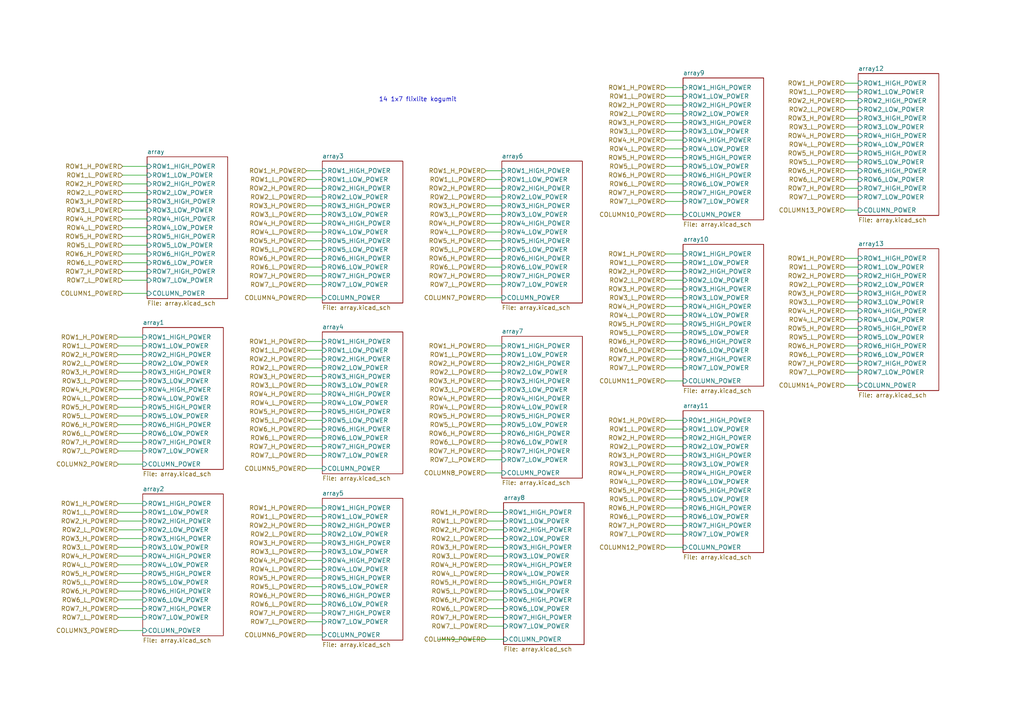
<source format=kicad_sch>
(kicad_sch
	(version 20250114)
	(generator "eeschema")
	(generator_version "9.0")
	(uuid "ea42de12-c594-4191-8055-c9ea5cc44642")
	(paper "A4")
	(lib_symbols)
	(text "14 1x7 flixlite kogumit"
		(exclude_from_sim no)
		(at 121.158 28.956 0)
		(effects
			(font
				(size 1.27 1.27)
			)
		)
		(uuid "f3b55887-ad7b-49cb-b55a-ed6014c3d8bb")
	)
	(wire
		(pts
			(xy 41.402 115.57) (xy 34.29 115.57)
		)
		(stroke
			(width 0)
			(type default)
		)
		(uuid "019465a5-6ee6-4729-ab95-62e4c0a70116")
	)
	(wire
		(pts
			(xy 41.402 123.19) (xy 34.29 123.19)
		)
		(stroke
			(width 0)
			(type default)
		)
		(uuid "021d0787-52ff-46cd-a37a-dbc364d87316")
	)
	(wire
		(pts
			(xy 93.472 170.18) (xy 88.9 170.18)
		)
		(stroke
			(width 0)
			(type default)
		)
		(uuid "02bba151-e6e9-45c9-b7bc-785fe28bec1e")
	)
	(wire
		(pts
			(xy 146.05 158.75) (xy 141.478 158.75)
		)
		(stroke
			(width 0)
			(type default)
		)
		(uuid "041b6e3b-f01b-4ca5-a12f-7423707d876b")
	)
	(wire
		(pts
			(xy 248.92 49.53) (xy 245.11 49.53)
		)
		(stroke
			(width 0)
			(type default)
		)
		(uuid "047ac002-1a7f-4eca-b6c8-01daee7efc47")
	)
	(wire
		(pts
			(xy 198.12 45.72) (xy 193.04 45.72)
		)
		(stroke
			(width 0)
			(type default)
		)
		(uuid "0502547f-5efb-4783-aa94-db54448ed4dc")
	)
	(wire
		(pts
			(xy 41.402 105.41) (xy 34.29 105.41)
		)
		(stroke
			(width 0)
			(type default)
		)
		(uuid "0569f698-83d1-44ec-bb69-315a9a9eea7c")
	)
	(wire
		(pts
			(xy 198.12 137.16) (xy 193.04 137.16)
		)
		(stroke
			(width 0)
			(type default)
		)
		(uuid "05934dda-7a08-4ce5-afd8-3fdd3baa0194")
	)
	(wire
		(pts
			(xy 198.12 58.42) (xy 193.04 58.42)
		)
		(stroke
			(width 0)
			(type default)
		)
		(uuid "064baa5a-c1e6-404f-8649-281bfbb5434d")
	)
	(wire
		(pts
			(xy 93.472 77.47) (xy 88.9 77.47)
		)
		(stroke
			(width 0)
			(type default)
		)
		(uuid "084fdbc9-5ae9-497d-9162-07477b8474d2")
	)
	(wire
		(pts
			(xy 198.12 129.54) (xy 193.04 129.54)
		)
		(stroke
			(width 0)
			(type default)
		)
		(uuid "0b570a27-1745-4397-a604-d29ae0989dd4")
	)
	(wire
		(pts
			(xy 41.402 151.13) (xy 34.29 151.13)
		)
		(stroke
			(width 0)
			(type default)
		)
		(uuid "0bdf5dab-9dd5-40fd-9c60-d2402ff62112")
	)
	(wire
		(pts
			(xy 93.472 69.85) (xy 88.9 69.85)
		)
		(stroke
			(width 0)
			(type default)
		)
		(uuid "0e3b121b-ffea-4621-85ef-c40fdcbce141")
	)
	(wire
		(pts
			(xy 93.472 135.89) (xy 88.9 135.89)
		)
		(stroke
			(width 0)
			(type default)
		)
		(uuid "0ebce1b8-419a-4e19-b96a-13075eb6d15b")
	)
	(wire
		(pts
			(xy 248.92 24.13) (xy 245.11 24.13)
		)
		(stroke
			(width 0)
			(type default)
		)
		(uuid "0f36e44f-b057-4b0c-890d-e4078ce978c1")
	)
	(wire
		(pts
			(xy 93.472 62.23) (xy 88.9 62.23)
		)
		(stroke
			(width 0)
			(type default)
		)
		(uuid "10a7ee68-63e8-4449-bb1e-421d20beba2c")
	)
	(wire
		(pts
			(xy 42.672 68.58) (xy 35.56 68.58)
		)
		(stroke
			(width 0)
			(type default)
		)
		(uuid "13db6831-4da5-440b-be07-e76a2b71645d")
	)
	(wire
		(pts
			(xy 145.542 107.95) (xy 140.97 107.95)
		)
		(stroke
			(width 0)
			(type default)
		)
		(uuid "147d2ef2-da59-413d-a1df-f3f83d6e95e8")
	)
	(wire
		(pts
			(xy 145.542 110.49) (xy 140.97 110.49)
		)
		(stroke
			(width 0)
			(type default)
		)
		(uuid "16cded12-b11c-4926-9d2c-09023cc3c289")
	)
	(wire
		(pts
			(xy 198.12 106.68) (xy 193.04 106.68)
		)
		(stroke
			(width 0)
			(type default)
		)
		(uuid "18035b12-d63a-43f1-9451-2e38c9586e1c")
	)
	(wire
		(pts
			(xy 145.542 74.93) (xy 140.97 74.93)
		)
		(stroke
			(width 0)
			(type default)
		)
		(uuid "18c855cf-7f79-4bd3-9e2f-1fe173fe3f91")
	)
	(wire
		(pts
			(xy 41.402 118.11) (xy 34.29 118.11)
		)
		(stroke
			(width 0)
			(type default)
		)
		(uuid "18f41054-3edb-4693-ba3b-dccdd6c98c6d")
	)
	(wire
		(pts
			(xy 93.472 82.55) (xy 88.9 82.55)
		)
		(stroke
			(width 0)
			(type default)
		)
		(uuid "1bfb5f6f-f991-4210-b16c-5d57f00c34b9")
	)
	(wire
		(pts
			(xy 41.402 156.21) (xy 34.29 156.21)
		)
		(stroke
			(width 0)
			(type default)
		)
		(uuid "1c243184-585b-471d-9a16-bd592ff1511d")
	)
	(wire
		(pts
			(xy 248.92 107.95) (xy 245.11 107.95)
		)
		(stroke
			(width 0)
			(type default)
		)
		(uuid "1f5363bc-7b18-4358-ade6-33c4be2a6fc7")
	)
	(wire
		(pts
			(xy 198.12 142.24) (xy 193.04 142.24)
		)
		(stroke
			(width 0)
			(type default)
		)
		(uuid "1f779a3d-2479-4202-b730-c24422d575f0")
	)
	(wire
		(pts
			(xy 248.92 111.76) (xy 245.11 111.76)
		)
		(stroke
			(width 0)
			(type default)
		)
		(uuid "1f85e693-588a-414e-a26e-399e5a59204d")
	)
	(wire
		(pts
			(xy 198.12 152.4) (xy 193.04 152.4)
		)
		(stroke
			(width 0)
			(type default)
		)
		(uuid "20f8a15b-3248-47b0-b2a6-365ba334c8bf")
	)
	(wire
		(pts
			(xy 248.92 39.37) (xy 245.11 39.37)
		)
		(stroke
			(width 0)
			(type default)
		)
		(uuid "26f4006c-17bc-4f74-abe5-fc9719dd7e58")
	)
	(wire
		(pts
			(xy 93.472 114.3) (xy 88.9 114.3)
		)
		(stroke
			(width 0)
			(type default)
		)
		(uuid "2938a30d-a86f-4373-b9d1-35a8b1853fe7")
	)
	(wire
		(pts
			(xy 41.402 182.88) (xy 34.29 182.88)
		)
		(stroke
			(width 0)
			(type default)
		)
		(uuid "2ac17bc7-5c84-4a1e-a645-ed2cdf21e8db")
	)
	(wire
		(pts
			(xy 198.12 154.94) (xy 193.04 154.94)
		)
		(stroke
			(width 0)
			(type default)
		)
		(uuid "2c01b46a-abb0-4a99-b432-589789d1d9a1")
	)
	(wire
		(pts
			(xy 93.472 59.69) (xy 88.9 59.69)
		)
		(stroke
			(width 0)
			(type default)
		)
		(uuid "2deda894-bb1c-4e53-a472-e5f584e5637a")
	)
	(wire
		(pts
			(xy 145.542 52.07) (xy 140.97 52.07)
		)
		(stroke
			(width 0)
			(type default)
		)
		(uuid "2e0d20ea-9dc3-4ef1-92d1-d0e5d9979f80")
	)
	(wire
		(pts
			(xy 145.542 102.87) (xy 140.97 102.87)
		)
		(stroke
			(width 0)
			(type default)
		)
		(uuid "2f76a54e-242b-4c0f-9e32-1c1759eaf57c")
	)
	(wire
		(pts
			(xy 41.402 107.95) (xy 34.29 107.95)
		)
		(stroke
			(width 0)
			(type default)
		)
		(uuid "2fcc2820-8de3-4111-afb1-739ab996a902")
	)
	(wire
		(pts
			(xy 198.12 88.9) (xy 193.04 88.9)
		)
		(stroke
			(width 0)
			(type default)
		)
		(uuid "2ff4c785-e012-43de-aae7-8e78a3663512")
	)
	(wire
		(pts
			(xy 248.92 90.17) (xy 245.11 90.17)
		)
		(stroke
			(width 0)
			(type default)
		)
		(uuid "3063fcc1-b962-41c2-8650-c83c2beaca0b")
	)
	(wire
		(pts
			(xy 93.472 67.31) (xy 88.9 67.31)
		)
		(stroke
			(width 0)
			(type default)
		)
		(uuid "30f82ba7-e015-4a49-8ac9-674eda9c4a8c")
	)
	(wire
		(pts
			(xy 145.542 59.69) (xy 140.97 59.69)
		)
		(stroke
			(width 0)
			(type default)
		)
		(uuid "337bfa56-1d63-4c93-9aa9-1aac0857bfff")
	)
	(wire
		(pts
			(xy 41.402 113.03) (xy 34.29 113.03)
		)
		(stroke
			(width 0)
			(type default)
		)
		(uuid "348d3d75-306c-4e3b-afb9-b45a949b37ce")
	)
	(wire
		(pts
			(xy 198.12 50.8) (xy 193.04 50.8)
		)
		(stroke
			(width 0)
			(type default)
		)
		(uuid "35bec3b6-484f-4a2b-9dd5-aa1ceee297fe")
	)
	(wire
		(pts
			(xy 198.12 110.49) (xy 193.04 110.49)
		)
		(stroke
			(width 0)
			(type default)
		)
		(uuid "3612d933-c92d-4ac3-9411-9c2d1ab0f2ad")
	)
	(wire
		(pts
			(xy 93.472 64.77) (xy 88.9 64.77)
		)
		(stroke
			(width 0)
			(type default)
		)
		(uuid "3667fe14-d557-43e4-b38c-b2f72599c4ac")
	)
	(wire
		(pts
			(xy 198.12 78.74) (xy 193.04 78.74)
		)
		(stroke
			(width 0)
			(type default)
		)
		(uuid "367cd72f-dbdd-4fab-b998-708e36c418ce")
	)
	(wire
		(pts
			(xy 198.12 35.56) (xy 193.04 35.56)
		)
		(stroke
			(width 0)
			(type default)
		)
		(uuid "376d50bb-5def-4630-a168-b2a158512bc9")
	)
	(wire
		(pts
			(xy 41.402 146.05) (xy 34.29 146.05)
		)
		(stroke
			(width 0)
			(type default)
		)
		(uuid "3933bbb4-d609-4f31-9ce8-7222ce2e9cbe")
	)
	(wire
		(pts
			(xy 198.12 30.48) (xy 193.04 30.48)
		)
		(stroke
			(width 0)
			(type default)
		)
		(uuid "3a80d3bb-47b4-4ca9-b161-d23b266749d8")
	)
	(wire
		(pts
			(xy 93.472 86.36) (xy 88.9 86.36)
		)
		(stroke
			(width 0)
			(type default)
		)
		(uuid "3ab0a776-8262-40df-b5cd-0259b5a9f6db")
	)
	(wire
		(pts
			(xy 41.402 125.73) (xy 34.29 125.73)
		)
		(stroke
			(width 0)
			(type default)
		)
		(uuid "3bc335dc-c787-4dfa-92fd-8d4eabc0d081")
	)
	(wire
		(pts
			(xy 93.472 167.64) (xy 88.9 167.64)
		)
		(stroke
			(width 0)
			(type default)
		)
		(uuid "4472763c-2b00-4e0b-bec7-3be2a18e8903")
	)
	(wire
		(pts
			(xy 198.12 43.18) (xy 193.04 43.18)
		)
		(stroke
			(width 0)
			(type default)
		)
		(uuid "46fb1cbc-c888-4079-8b71-fd39764b948d")
	)
	(wire
		(pts
			(xy 146.05 168.91) (xy 141.478 168.91)
		)
		(stroke
			(width 0)
			(type default)
		)
		(uuid "4741f2f9-a8e7-4fa6-815a-3f0bd78b6c58")
	)
	(wire
		(pts
			(xy 146.05 166.37) (xy 141.478 166.37)
		)
		(stroke
			(width 0)
			(type default)
		)
		(uuid "478cec53-0e8a-41ed-8698-5f497db77b6c")
	)
	(wire
		(pts
			(xy 145.542 100.33) (xy 140.97 100.33)
		)
		(stroke
			(width 0)
			(type default)
		)
		(uuid "4801c99d-327c-44e8-bf44-364f98165de8")
	)
	(wire
		(pts
			(xy 93.472 175.26) (xy 88.9 175.26)
		)
		(stroke
			(width 0)
			(type default)
		)
		(uuid "488464c9-4bf6-485d-b07f-0f4a86e3efaa")
	)
	(wire
		(pts
			(xy 41.402 102.87) (xy 34.29 102.87)
		)
		(stroke
			(width 0)
			(type default)
		)
		(uuid "4a1c3065-47dd-4d6d-88cf-8710264b4177")
	)
	(wire
		(pts
			(xy 42.672 73.66) (xy 35.56 73.66)
		)
		(stroke
			(width 0)
			(type default)
		)
		(uuid "4a7b830a-f458-47fa-accc-49a0e66ab311")
	)
	(wire
		(pts
			(xy 42.672 66.04) (xy 35.56 66.04)
		)
		(stroke
			(width 0)
			(type default)
		)
		(uuid "4b6df5d4-c132-4c0e-a6d9-3bc9ab83a23d")
	)
	(wire
		(pts
			(xy 41.402 173.99) (xy 34.29 173.99)
		)
		(stroke
			(width 0)
			(type default)
		)
		(uuid "4d1ab868-b310-4234-b433-74ba51321b90")
	)
	(wire
		(pts
			(xy 41.402 128.27) (xy 34.29 128.27)
		)
		(stroke
			(width 0)
			(type default)
		)
		(uuid "4dd9bd53-5196-48b8-bdf9-40fbbc6ade2c")
	)
	(wire
		(pts
			(xy 146.05 171.45) (xy 141.478 171.45)
		)
		(stroke
			(width 0)
			(type default)
		)
		(uuid "4e793e45-2491-4188-bc0a-226ee7b37736")
	)
	(wire
		(pts
			(xy 145.542 64.77) (xy 140.97 64.77)
		)
		(stroke
			(width 0)
			(type default)
		)
		(uuid "4f7958b0-9ed8-4d4c-9c5b-69476ea70d94")
	)
	(wire
		(pts
			(xy 145.542 77.47) (xy 140.97 77.47)
		)
		(stroke
			(width 0)
			(type default)
		)
		(uuid "4f79f2d6-6f29-45b8-92f3-0225e050029a")
	)
	(wire
		(pts
			(xy 93.472 49.53) (xy 88.9 49.53)
		)
		(stroke
			(width 0)
			(type default)
		)
		(uuid "50e29dd5-d645-46b7-8de1-97e43fd78610")
	)
	(wire
		(pts
			(xy 42.672 78.74) (xy 35.56 78.74)
		)
		(stroke
			(width 0)
			(type default)
		)
		(uuid "520bf6f1-14e4-42f2-97bc-48a805a21a79")
	)
	(wire
		(pts
			(xy 248.92 46.99) (xy 245.11 46.99)
		)
		(stroke
			(width 0)
			(type default)
		)
		(uuid "527ed2c7-aa63-4b25-a1ec-d362330446c5")
	)
	(wire
		(pts
			(xy 93.472 72.39) (xy 88.9 72.39)
		)
		(stroke
			(width 0)
			(type default)
		)
		(uuid "531a56b7-5aed-41ed-99f0-a0843bdd646b")
	)
	(wire
		(pts
			(xy 93.472 147.32) (xy 88.9 147.32)
		)
		(stroke
			(width 0)
			(type default)
		)
		(uuid "5446a969-3f2c-462f-8f88-57d740d0497f")
	)
	(wire
		(pts
			(xy 146.05 176.53) (xy 141.478 176.53)
		)
		(stroke
			(width 0)
			(type default)
		)
		(uuid "557f7517-92d4-469f-995c-d8cb0902d855")
	)
	(wire
		(pts
			(xy 93.472 119.38) (xy 88.9 119.38)
		)
		(stroke
			(width 0)
			(type default)
		)
		(uuid "5641a68c-2215-417b-b6c5-c42497d636e6")
	)
	(wire
		(pts
			(xy 41.402 130.81) (xy 34.29 130.81)
		)
		(stroke
			(width 0)
			(type default)
		)
		(uuid "56836ad8-b57d-4af1-bfd7-5a9272744d39")
	)
	(wire
		(pts
			(xy 145.542 49.53) (xy 140.97 49.53)
		)
		(stroke
			(width 0)
			(type default)
		)
		(uuid "56bf75dd-2fd6-437c-b4a0-1c4b937a3cb7")
	)
	(wire
		(pts
			(xy 93.472 54.61) (xy 88.9 54.61)
		)
		(stroke
			(width 0)
			(type default)
		)
		(uuid "57712860-fbb9-40b4-acf5-e045e5b523ae")
	)
	(wire
		(pts
			(xy 146.05 156.21) (xy 141.478 156.21)
		)
		(stroke
			(width 0)
			(type default)
		)
		(uuid "5a28e430-5b5b-4ac9-a77f-d04aafbde231")
	)
	(wire
		(pts
			(xy 41.402 110.49) (xy 34.29 110.49)
		)
		(stroke
			(width 0)
			(type default)
		)
		(uuid "5b4d93d1-2e12-4b03-8880-9c3ae5d76ed2")
	)
	(wire
		(pts
			(xy 42.672 85.09) (xy 35.56 85.09)
		)
		(stroke
			(width 0)
			(type default)
		)
		(uuid "5d95f776-f73b-4091-94ef-bf581756fcad")
	)
	(wire
		(pts
			(xy 93.472 127) (xy 88.9 127)
		)
		(stroke
			(width 0)
			(type default)
		)
		(uuid "5e68b243-303a-40fd-b844-74130ff8bc00")
	)
	(wire
		(pts
			(xy 248.92 97.79) (xy 245.11 97.79)
		)
		(stroke
			(width 0)
			(type default)
		)
		(uuid "5f9a689e-74b7-4cfd-b432-37e592266f06")
	)
	(wire
		(pts
			(xy 93.472 74.93) (xy 88.9 74.93)
		)
		(stroke
			(width 0)
			(type default)
		)
		(uuid "5fa1e655-23e9-4bec-b96a-d221ecae71f1")
	)
	(wire
		(pts
			(xy 248.92 92.71) (xy 245.11 92.71)
		)
		(stroke
			(width 0)
			(type default)
		)
		(uuid "5fb95838-d730-480f-9a02-efba7a3c21f6")
	)
	(wire
		(pts
			(xy 198.12 83.82) (xy 193.04 83.82)
		)
		(stroke
			(width 0)
			(type default)
		)
		(uuid "5fe811f0-845e-4d2c-a431-30f0e67f2e9c")
	)
	(wire
		(pts
			(xy 42.672 50.8) (xy 35.56 50.8)
		)
		(stroke
			(width 0)
			(type default)
		)
		(uuid "60c54bfd-71f6-4fab-83e0-7fb91f0acd86")
	)
	(wire
		(pts
			(xy 248.92 29.21) (xy 245.11 29.21)
		)
		(stroke
			(width 0)
			(type default)
		)
		(uuid "6144482e-0750-44d0-b757-5271d66a6636")
	)
	(wire
		(pts
			(xy 198.12 149.86) (xy 193.04 149.86)
		)
		(stroke
			(width 0)
			(type default)
		)
		(uuid "620b71b7-c342-432b-872d-a16bd2f00586")
	)
	(wire
		(pts
			(xy 145.542 105.41) (xy 140.97 105.41)
		)
		(stroke
			(width 0)
			(type default)
		)
		(uuid "62500aee-5a07-4c38-9dc2-fa899c72b395")
	)
	(wire
		(pts
			(xy 93.472 172.72) (xy 88.9 172.72)
		)
		(stroke
			(width 0)
			(type default)
		)
		(uuid "67f580d5-572a-4c4e-8ad1-3b230f751f27")
	)
	(wire
		(pts
			(xy 146.05 151.13) (xy 141.478 151.13)
		)
		(stroke
			(width 0)
			(type default)
		)
		(uuid "6957352f-f58d-45fd-94c6-937e7be358a2")
	)
	(wire
		(pts
			(xy 145.542 69.85) (xy 140.97 69.85)
		)
		(stroke
			(width 0)
			(type default)
		)
		(uuid "6992e597-ea31-455e-a20b-ebfba53ca091")
	)
	(wire
		(pts
			(xy 198.12 25.4) (xy 193.04 25.4)
		)
		(stroke
			(width 0)
			(type default)
		)
		(uuid "6ac53397-0b68-4a36-bcdc-7bf787e7acf2")
	)
	(wire
		(pts
			(xy 198.12 38.1) (xy 193.04 38.1)
		)
		(stroke
			(width 0)
			(type default)
		)
		(uuid "6d9ff4c5-7b60-4185-a2d8-51789eca5834")
	)
	(wire
		(pts
			(xy 248.92 105.41) (xy 245.11 105.41)
		)
		(stroke
			(width 0)
			(type default)
		)
		(uuid "6dbb4151-3df7-4c8b-83e6-a3a101460377")
	)
	(wire
		(pts
			(xy 198.12 104.14) (xy 193.04 104.14)
		)
		(stroke
			(width 0)
			(type default)
		)
		(uuid "6e67445d-cd8a-48a1-94e5-20046ae93d62")
	)
	(wire
		(pts
			(xy 93.472 111.76) (xy 88.9 111.76)
		)
		(stroke
			(width 0)
			(type default)
		)
		(uuid "6faca5b3-3c0c-4736-84a9-a6134606965c")
	)
	(wire
		(pts
			(xy 145.542 125.73) (xy 140.97 125.73)
		)
		(stroke
			(width 0)
			(type default)
		)
		(uuid "703f0625-dc9f-4aff-8938-3eea1a406a83")
	)
	(wire
		(pts
			(xy 145.542 67.31) (xy 140.97 67.31)
		)
		(stroke
			(width 0)
			(type default)
		)
		(uuid "716fe35c-5dfe-4b41-9247-33dbbda9d10e")
	)
	(wire
		(pts
			(xy 198.12 132.08) (xy 193.04 132.08)
		)
		(stroke
			(width 0)
			(type default)
		)
		(uuid "7234fa75-b443-4867-8e41-ccb4b38b3406")
	)
	(wire
		(pts
			(xy 248.92 36.83) (xy 245.11 36.83)
		)
		(stroke
			(width 0)
			(type default)
		)
		(uuid "725abf7c-6f7a-449a-8dc9-137001dc374b")
	)
	(wire
		(pts
			(xy 198.12 76.2) (xy 193.04 76.2)
		)
		(stroke
			(width 0)
			(type default)
		)
		(uuid "730905a8-57b8-4a40-9d1c-9de7323aee50")
	)
	(wire
		(pts
			(xy 42.672 81.28) (xy 35.56 81.28)
		)
		(stroke
			(width 0)
			(type default)
		)
		(uuid "75506733-319c-4373-a16a-d5bb441734f8")
	)
	(wire
		(pts
			(xy 146.05 179.07) (xy 141.478 179.07)
		)
		(stroke
			(width 0)
			(type default)
		)
		(uuid "76203f80-6118-4608-b062-b538d7600a51")
	)
	(wire
		(pts
			(xy 41.402 120.65) (xy 34.29 120.65)
		)
		(stroke
			(width 0)
			(type default)
		)
		(uuid "767858ab-f9c5-4979-bb6e-f6b8b94f53cb")
	)
	(wire
		(pts
			(xy 248.92 95.25) (xy 245.11 95.25)
		)
		(stroke
			(width 0)
			(type default)
		)
		(uuid "774cb82d-e409-4c29-ac81-5d7ae523b97e")
	)
	(wire
		(pts
			(xy 248.92 102.87) (xy 245.11 102.87)
		)
		(stroke
			(width 0)
			(type default)
		)
		(uuid "7a8d519a-be30-4c08-94d9-cb15f848a155")
	)
	(wire
		(pts
			(xy 145.542 54.61) (xy 140.97 54.61)
		)
		(stroke
			(width 0)
			(type default)
		)
		(uuid "7c628b2a-13ee-4e29-ba41-43865d43de9f")
	)
	(wire
		(pts
			(xy 248.92 34.29) (xy 245.11 34.29)
		)
		(stroke
			(width 0)
			(type default)
		)
		(uuid "7d4ce104-a959-413a-bdd9-3c9d0b3f5a61")
	)
	(wire
		(pts
			(xy 198.12 139.7) (xy 193.04 139.7)
		)
		(stroke
			(width 0)
			(type default)
		)
		(uuid "7e6f6fa5-3f77-4ab7-8988-a2b703428ee6")
	)
	(wire
		(pts
			(xy 198.12 99.06) (xy 193.04 99.06)
		)
		(stroke
			(width 0)
			(type default)
		)
		(uuid "8178d381-a1f3-4fab-8178-5bc4f12d0d10")
	)
	(wire
		(pts
			(xy 198.12 53.34) (xy 193.04 53.34)
		)
		(stroke
			(width 0)
			(type default)
		)
		(uuid "82e0b2e9-4870-4562-8a68-6e1696b55cc2")
	)
	(wire
		(pts
			(xy 93.472 129.54) (xy 88.9 129.54)
		)
		(stroke
			(width 0)
			(type default)
		)
		(uuid "85a9c312-f6b7-4884-9a02-a44e21fcc6ce")
	)
	(wire
		(pts
			(xy 42.672 63.5) (xy 35.56 63.5)
		)
		(stroke
			(width 0)
			(type default)
		)
		(uuid "85f39b2a-be49-4e63-8bd6-30be26c59b82")
	)
	(wire
		(pts
			(xy 41.402 158.75) (xy 34.29 158.75)
		)
		(stroke
			(width 0)
			(type default)
		)
		(uuid "862547ec-a02a-4d0e-aa55-068ce0c2a742")
	)
	(wire
		(pts
			(xy 248.92 52.07) (xy 245.11 52.07)
		)
		(stroke
			(width 0)
			(type default)
		)
		(uuid "8671e50c-3a8a-4081-9c23-c394feabd491")
	)
	(wire
		(pts
			(xy 248.92 77.47) (xy 245.11 77.47)
		)
		(stroke
			(width 0)
			(type default)
		)
		(uuid "86d5f621-ea8b-4865-86b7-adc96032f309")
	)
	(wire
		(pts
			(xy 41.402 166.37) (xy 34.29 166.37)
		)
		(stroke
			(width 0)
			(type default)
		)
		(uuid "89ea8b7e-0a52-4c3c-81a0-84542f6beab9")
	)
	(wire
		(pts
			(xy 248.92 60.96) (xy 245.11 60.96)
		)
		(stroke
			(width 0)
			(type default)
		)
		(uuid "8a807147-85fe-4bde-81f7-1c029ff20c1a")
	)
	(wire
		(pts
			(xy 93.472 149.86) (xy 88.9 149.86)
		)
		(stroke
			(width 0)
			(type default)
		)
		(uuid "8ca024ef-02c6-40b2-945e-cf22990b638d")
	)
	(wire
		(pts
			(xy 42.672 55.88) (xy 35.56 55.88)
		)
		(stroke
			(width 0)
			(type default)
		)
		(uuid "8d0bf1ce-6ef1-4ad8-9c27-0ecf641bb936")
	)
	(wire
		(pts
			(xy 198.12 124.46) (xy 193.04 124.46)
		)
		(stroke
			(width 0)
			(type default)
		)
		(uuid "8d1bf77d-efb4-4a94-9960-570a4090ed01")
	)
	(wire
		(pts
			(xy 41.402 153.67) (xy 34.29 153.67)
		)
		(stroke
			(width 0)
			(type default)
		)
		(uuid "8e86474c-fd29-44d6-8b52-7087f258ce61")
	)
	(wire
		(pts
			(xy 193.04 27.94) (xy 198.12 27.94)
		)
		(stroke
			(width 0)
			(type default)
		)
		(uuid "92666804-f07f-44bd-920b-c63c8fdce077")
	)
	(wire
		(pts
			(xy 42.672 53.34) (xy 35.56 53.34)
		)
		(stroke
			(width 0)
			(type default)
		)
		(uuid "93f0815b-4d3e-4843-b658-d9e44b5ce0d0")
	)
	(wire
		(pts
			(xy 93.472 160.02) (xy 88.9 160.02)
		)
		(stroke
			(width 0)
			(type default)
		)
		(uuid "942e8881-419f-4120-88a5-5bf98856428a")
	)
	(wire
		(pts
			(xy 198.12 144.78) (xy 193.04 144.78)
		)
		(stroke
			(width 0)
			(type default)
		)
		(uuid "94df4349-fbab-492f-9c87-ecebe39af836")
	)
	(wire
		(pts
			(xy 93.472 165.1) (xy 88.9 165.1)
		)
		(stroke
			(width 0)
			(type default)
		)
		(uuid "9962c8f0-c5ed-4f95-a311-6661f1f6321f")
	)
	(wire
		(pts
			(xy 93.472 52.07) (xy 88.9 52.07)
		)
		(stroke
			(width 0)
			(type default)
		)
		(uuid "997fe94d-7144-444f-b859-818be7b47ec2")
	)
	(wire
		(pts
			(xy 93.472 154.94) (xy 88.9 154.94)
		)
		(stroke
			(width 0)
			(type default)
		)
		(uuid "9b919746-a356-467c-b8fe-b1c5f1235d9d")
	)
	(wire
		(pts
			(xy 198.12 40.64) (xy 193.04 40.64)
		)
		(stroke
			(width 0)
			(type default)
		)
		(uuid "9c15fadd-59e6-4295-8025-3d916003ff43")
	)
	(wire
		(pts
			(xy 198.12 101.6) (xy 193.04 101.6)
		)
		(stroke
			(width 0)
			(type default)
		)
		(uuid "9e0004bb-a9fe-4700-b4be-a1845fa3ccda")
	)
	(wire
		(pts
			(xy 93.472 80.01) (xy 88.9 80.01)
		)
		(stroke
			(width 0)
			(type default)
		)
		(uuid "a03ee4e2-7085-4227-aaa7-7ef9d06cfdaf")
	)
	(wire
		(pts
			(xy 145.542 123.19) (xy 140.97 123.19)
		)
		(stroke
			(width 0)
			(type default)
		)
		(uuid "a78b3446-35d3-4aff-8f87-481e9d98983b")
	)
	(wire
		(pts
			(xy 145.542 130.81) (xy 140.97 130.81)
		)
		(stroke
			(width 0)
			(type default)
		)
		(uuid "a879d773-84b3-49ac-89c4-283c752c5f01")
	)
	(wire
		(pts
			(xy 42.672 71.12) (xy 35.56 71.12)
		)
		(stroke
			(width 0)
			(type default)
		)
		(uuid "a89138ab-cfde-4e0e-a7a9-86aad3c15102")
	)
	(wire
		(pts
			(xy 41.402 148.59) (xy 34.29 148.59)
		)
		(stroke
			(width 0)
			(type default)
		)
		(uuid "a9d9f9bf-a718-4c1b-85d4-76718d39468c")
	)
	(wire
		(pts
			(xy 93.472 109.22) (xy 88.9 109.22)
		)
		(stroke
			(width 0)
			(type default)
		)
		(uuid "adf7da26-6f09-4104-890e-fccbc720c927")
	)
	(wire
		(pts
			(xy 145.542 128.27) (xy 140.97 128.27)
		)
		(stroke
			(width 0)
			(type default)
		)
		(uuid "ae09f6a1-8d9a-40f8-8031-4fea64ac8fe4")
	)
	(wire
		(pts
			(xy 41.402 171.45) (xy 34.29 171.45)
		)
		(stroke
			(width 0)
			(type default)
		)
		(uuid "af530bef-6e1d-4cb3-99fa-b9a1b274d1e3")
	)
	(wire
		(pts
			(xy 42.672 48.26) (xy 35.56 48.26)
		)
		(stroke
			(width 0)
			(type default)
		)
		(uuid "b0abcc87-1e09-4e51-958a-f0bbb30ebd37")
	)
	(wire
		(pts
			(xy 198.12 48.26) (xy 193.04 48.26)
		)
		(stroke
			(width 0)
			(type default)
		)
		(uuid "b1d15b91-0869-458d-a16d-8809005cd4be")
	)
	(wire
		(pts
			(xy 146.05 173.99) (xy 141.478 173.99)
		)
		(stroke
			(width 0)
			(type default)
		)
		(uuid "b3c3e3ce-4cab-4910-af05-4cb167acace7")
	)
	(wire
		(pts
			(xy 41.402 97.79) (xy 34.29 97.79)
		)
		(stroke
			(width 0)
			(type default)
		)
		(uuid "b54ec144-614f-423c-b4c2-cc0531b84eee")
	)
	(wire
		(pts
			(xy 198.12 81.28) (xy 193.04 81.28)
		)
		(stroke
			(width 0)
			(type default)
		)
		(uuid "b6a2d16c-2177-44e0-97b7-409074dc1e02")
	)
	(wire
		(pts
			(xy 146.05 163.83) (xy 141.478 163.83)
		)
		(stroke
			(width 0)
			(type default)
		)
		(uuid "b787834b-f5af-4b02-887e-5d3eb5cdf4e7")
	)
	(wire
		(pts
			(xy 198.12 33.02) (xy 193.04 33.02)
		)
		(stroke
			(width 0)
			(type default)
		)
		(uuid "b7aaf564-57db-43bc-bd5f-1ed733fe35df")
	)
	(wire
		(pts
			(xy 145.542 62.23) (xy 140.97 62.23)
		)
		(stroke
			(width 0)
			(type default)
		)
		(uuid "b8575e35-08f6-4c11-ad85-76a9c68dd758")
	)
	(wire
		(pts
			(xy 146.05 161.29) (xy 141.478 161.29)
		)
		(stroke
			(width 0)
			(type default)
		)
		(uuid "b8d831f8-86c5-4a8e-bb03-f1be0a74dd9e")
	)
	(wire
		(pts
			(xy 42.672 76.2) (xy 35.56 76.2)
		)
		(stroke
			(width 0)
			(type default)
		)
		(uuid "b9eb47d8-0fce-4e70-aec2-9c35a113be47")
	)
	(wire
		(pts
			(xy 198.12 62.23) (xy 193.04 62.23)
		)
		(stroke
			(width 0)
			(type default)
		)
		(uuid "bc11c551-f148-4226-afcd-5f71ecd8cea1")
	)
	(wire
		(pts
			(xy 198.12 93.98) (xy 193.04 93.98)
		)
		(stroke
			(width 0)
			(type default)
		)
		(uuid "bc3fb03a-749e-48aa-8291-9dbda1c46cc2")
	)
	(wire
		(pts
			(xy 198.12 158.75) (xy 193.04 158.75)
		)
		(stroke
			(width 0)
			(type default)
		)
		(uuid "bcd03e8e-0c03-4fcd-a63a-0d87df6bd7c6")
	)
	(wire
		(pts
			(xy 198.12 96.52) (xy 193.04 96.52)
		)
		(stroke
			(width 0)
			(type default)
		)
		(uuid "bd289d71-fa62-4af6-88ef-4fbb970347cc")
	)
	(wire
		(pts
			(xy 198.12 127) (xy 193.04 127)
		)
		(stroke
			(width 0)
			(type default)
		)
		(uuid "bdc2b9f1-cea9-4872-a3e0-7faa24efb529")
	)
	(wire
		(pts
			(xy 93.472 101.6) (xy 88.9 101.6)
		)
		(stroke
			(width 0)
			(type default)
		)
		(uuid "be402f7b-68e9-4d18-848b-9c149116e3f8")
	)
	(wire
		(pts
			(xy 145.542 113.03) (xy 140.97 113.03)
		)
		(stroke
			(width 0)
			(type default)
		)
		(uuid "c23f727f-21e1-43d6-9074-8b4059d774b2")
	)
	(wire
		(pts
			(xy 198.12 147.32) (xy 193.04 147.32)
		)
		(stroke
			(width 0)
			(type default)
		)
		(uuid "c3431f3c-f161-4ce6-a8d0-70242f2bbad9")
	)
	(wire
		(pts
			(xy 198.12 134.62) (xy 193.04 134.62)
		)
		(stroke
			(width 0)
			(type default)
		)
		(uuid "c3bab117-9d41-4000-a303-9a0064363f8d")
	)
	(wire
		(pts
			(xy 145.542 86.36) (xy 140.97 86.36)
		)
		(stroke
			(width 0)
			(type default)
		)
		(uuid "c5386f84-0c3b-4078-9b1a-9e58cebe670d")
	)
	(wire
		(pts
			(xy 146.05 181.61) (xy 141.478 181.61)
		)
		(stroke
			(width 0)
			(type default)
		)
		(uuid "c54aaa0d-e1c3-4b80-a6ff-f220c4061097")
	)
	(wire
		(pts
			(xy 145.542 115.57) (xy 140.97 115.57)
		)
		(stroke
			(width 0)
			(type default)
		)
		(uuid "c58cba29-7b7c-4331-bc82-fc3b59a4c1d7")
	)
	(wire
		(pts
			(xy 248.92 82.55) (xy 245.11 82.55)
		)
		(stroke
			(width 0)
			(type default)
		)
		(uuid "c627bcd8-720b-4fb5-878a-b585e34cc8bb")
	)
	(wire
		(pts
			(xy 198.12 121.92) (xy 193.04 121.92)
		)
		(stroke
			(width 0)
			(type default)
		)
		(uuid "c632d8a5-bd15-4f50-bcb8-18b0622eb230")
	)
	(wire
		(pts
			(xy 145.542 82.55) (xy 140.97 82.55)
		)
		(stroke
			(width 0)
			(type default)
		)
		(uuid "c80ab459-d41d-4552-bb2f-2271475c7dec")
	)
	(wire
		(pts
			(xy 93.472 57.15) (xy 88.9 57.15)
		)
		(stroke
			(width 0)
			(type default)
		)
		(uuid "c870e658-50be-4eb8-b54a-dacd3973590c")
	)
	(wire
		(pts
			(xy 93.472 152.4) (xy 88.9 152.4)
		)
		(stroke
			(width 0)
			(type default)
		)
		(uuid "c9c2627f-560a-4072-ad70-894a5ad2b8e9")
	)
	(wire
		(pts
			(xy 145.542 57.15) (xy 140.97 57.15)
		)
		(stroke
			(width 0)
			(type default)
		)
		(uuid "cb068367-6a60-4ed0-a7fc-ce2488bf301b")
	)
	(wire
		(pts
			(xy 41.402 134.62) (xy 34.29 134.62)
		)
		(stroke
			(width 0)
			(type default)
		)
		(uuid "cc16d89d-bc78-46fd-a0ae-1e47afe29e63")
	)
	(wire
		(pts
			(xy 198.12 55.88) (xy 193.04 55.88)
		)
		(stroke
			(width 0)
			(type default)
		)
		(uuid "cd4276ef-5fe1-4166-b96d-0b36794c2f5c")
	)
	(wire
		(pts
			(xy 145.542 120.65) (xy 140.97 120.65)
		)
		(stroke
			(width 0)
			(type default)
		)
		(uuid "cd452695-4561-4e24-ac97-3ef8e8fd2f93")
	)
	(wire
		(pts
			(xy 198.12 91.44) (xy 193.04 91.44)
		)
		(stroke
			(width 0)
			(type default)
		)
		(uuid "cd91f453-9444-45b7-be1b-605625c9232c")
	)
	(wire
		(pts
			(xy 145.542 118.11) (xy 140.97 118.11)
		)
		(stroke
			(width 0)
			(type default)
		)
		(uuid "cfcd0d9a-0f44-4d34-86db-f8c633711706")
	)
	(wire
		(pts
			(xy 41.402 100.33) (xy 34.29 100.33)
		)
		(stroke
			(width 0)
			(type default)
		)
		(uuid "cfd0f448-933c-489c-aa1e-c5498e7f0970")
	)
	(wire
		(pts
			(xy 248.92 31.75) (xy 245.11 31.75)
		)
		(stroke
			(width 0)
			(type default)
		)
		(uuid "d14bf284-730e-4326-ac14-11595d7e3903")
	)
	(wire
		(pts
			(xy 248.92 57.15) (xy 245.11 57.15)
		)
		(stroke
			(width 0)
			(type default)
		)
		(uuid "d1759c96-1c63-4876-9afa-30168b51a3c7")
	)
	(wire
		(pts
			(xy 93.472 124.46) (xy 88.9 124.46)
		)
		(stroke
			(width 0)
			(type default)
		)
		(uuid "d211ee4d-e789-4ec6-a433-5bde372f2dab")
	)
	(wire
		(pts
			(xy 248.92 74.93) (xy 245.11 74.93)
		)
		(stroke
			(width 0)
			(type default)
		)
		(uuid "d57a129a-ae7d-463b-858e-d7f222363ad8")
	)
	(wire
		(pts
			(xy 93.472 121.92) (xy 88.9 121.92)
		)
		(stroke
			(width 0)
			(type default)
		)
		(uuid "d636c8fb-ad18-46aa-9d31-89f55aed33c6")
	)
	(wire
		(pts
			(xy 248.92 80.01) (xy 245.11 80.01)
		)
		(stroke
			(width 0)
			(type default)
		)
		(uuid "d659b50c-a8e7-4852-bfd2-ed72e104336c")
	)
	(wire
		(pts
			(xy 93.472 180.34) (xy 88.9 180.34)
		)
		(stroke
			(width 0)
			(type default)
		)
		(uuid "d8327135-bdfe-4e41-b814-ac5681aceed2")
	)
	(wire
		(pts
			(xy 145.542 137.16) (xy 140.97 137.16)
		)
		(stroke
			(width 0)
			(type default)
		)
		(uuid "d8b94922-f57d-4c07-8f41-ddf6a98b060b")
	)
	(wire
		(pts
			(xy 41.402 161.29) (xy 34.29 161.29)
		)
		(stroke
			(width 0)
			(type default)
		)
		(uuid "daadd6a3-5867-4e4f-bcb2-069522594398")
	)
	(wire
		(pts
			(xy 248.92 100.33) (xy 245.11 100.33)
		)
		(stroke
			(width 0)
			(type default)
		)
		(uuid "de7625e2-281a-42a9-95a0-5dcb44495344")
	)
	(wire
		(pts
			(xy 93.472 177.8) (xy 88.9 177.8)
		)
		(stroke
			(width 0)
			(type default)
		)
		(uuid "dee5b614-ae7a-4d11-936d-b74199fac25f")
	)
	(wire
		(pts
			(xy 145.542 133.35) (xy 140.97 133.35)
		)
		(stroke
			(width 0)
			(type default)
		)
		(uuid "df81f3fb-4878-49e3-a860-9a6fd609b7eb")
	)
	(wire
		(pts
			(xy 93.472 99.06) (xy 88.9 99.06)
		)
		(stroke
			(width 0)
			(type default)
		)
		(uuid "e0a224a9-2ea6-4ee4-80ec-cd3b46ff2ce5")
	)
	(wire
		(pts
			(xy 93.472 116.84) (xy 88.9 116.84)
		)
		(stroke
			(width 0)
			(type default)
		)
		(uuid "e0fa5dba-5406-4790-acdc-27d27cad296f")
	)
	(wire
		(pts
			(xy 248.92 44.45) (xy 245.11 44.45)
		)
		(stroke
			(width 0)
			(type default)
		)
		(uuid "e206aed0-1a44-4e60-a793-d9e8510d7868")
	)
	(wire
		(pts
			(xy 146.05 153.67) (xy 141.478 153.67)
		)
		(stroke
			(width 0)
			(type default)
		)
		(uuid "e25bda4f-5550-4c9e-b3a8-ef67293f9e4f")
	)
	(wire
		(pts
			(xy 248.92 41.91) (xy 245.11 41.91)
		)
		(stroke
			(width 0)
			(type default)
		)
		(uuid "e3109790-7881-4d68-b106-ca3637fa7f0e")
	)
	(wire
		(pts
			(xy 248.92 85.09) (xy 245.11 85.09)
		)
		(stroke
			(width 0)
			(type default)
		)
		(uuid "e36c6c38-4b1f-4c0f-b91b-9b0e954bd7f3")
	)
	(wire
		(pts
			(xy 93.472 162.56) (xy 88.9 162.56)
		)
		(stroke
			(width 0)
			(type default)
		)
		(uuid "e41ece87-ed97-421d-b1a2-0d68206e953a")
	)
	(wire
		(pts
			(xy 41.402 168.91) (xy 34.29 168.91)
		)
		(stroke
			(width 0)
			(type default)
		)
		(uuid "e5313420-cafb-4b36-8527-57db5666fa8d")
	)
	(wire
		(pts
			(xy 145.542 72.39) (xy 140.97 72.39)
		)
		(stroke
			(width 0)
			(type default)
		)
		(uuid "e589e515-eae8-4808-b433-a0993381d59b")
	)
	(wire
		(pts
			(xy 146.05 185.42) (xy 127 185.42)
		)
		(stroke
			(width 0)
			(type default)
		)
		(uuid "e6dbded6-673f-4b1e-922e-8cde4ad7a36b")
	)
	(wire
		(pts
			(xy 248.92 26.67) (xy 245.11 26.67)
		)
		(stroke
			(width 0)
			(type default)
		)
		(uuid "eacfe1ff-2464-4384-9306-d4466c726fc2")
	)
	(wire
		(pts
			(xy 93.472 132.08) (xy 88.9 132.08)
		)
		(stroke
			(width 0)
			(type default)
		)
		(uuid "efbc96ec-7f5f-4a41-9325-bf799a6df1db")
	)
	(wire
		(pts
			(xy 248.92 54.61) (xy 245.11 54.61)
		)
		(stroke
			(width 0)
			(type default)
		)
		(uuid "efdbd8c5-795f-49ce-85b1-1b4ab6d18d0a")
	)
	(wire
		(pts
			(xy 146.05 148.59) (xy 141.478 148.59)
		)
		(stroke
			(width 0)
			(type default)
		)
		(uuid "f0c36fa9-5d9b-4fb8-bffe-d1079c8f67ea")
	)
	(wire
		(pts
			(xy 93.472 104.14) (xy 88.9 104.14)
		)
		(stroke
			(width 0)
			(type default)
		)
		(uuid "f1e91727-8c81-415e-812a-cb8262f36cd0")
	)
	(wire
		(pts
			(xy 41.402 176.53) (xy 34.29 176.53)
		)
		(stroke
			(width 0)
			(type default)
		)
		(uuid "f28c910a-5494-4dc7-aa8c-5c0f4b4d9625")
	)
	(wire
		(pts
			(xy 198.12 86.36) (xy 193.04 86.36)
		)
		(stroke
			(width 0)
			(type default)
		)
		(uuid "f3cb3362-0020-44e2-b963-15eb77cccf12")
	)
	(wire
		(pts
			(xy 41.402 179.07) (xy 34.29 179.07)
		)
		(stroke
			(width 0)
			(type default)
		)
		(uuid "f5781ade-c318-4a8c-b1f0-276cd274e8ea")
	)
	(wire
		(pts
			(xy 145.542 80.01) (xy 140.97 80.01)
		)
		(stroke
			(width 0)
			(type default)
		)
		(uuid "f63877a0-c239-48f4-890b-eac64932fc8f")
	)
	(wire
		(pts
			(xy 42.672 60.96) (xy 35.56 60.96)
		)
		(stroke
			(width 0)
			(type default)
		)
		(uuid "f6d33d86-b614-46fd-b855-aeba99f1f7b6")
	)
	(wire
		(pts
			(xy 42.672 58.42) (xy 35.56 58.42)
		)
		(stroke
			(width 0)
			(type default)
		)
		(uuid "f75466e1-3761-4eae-a58d-5cd8e97187b7")
	)
	(wire
		(pts
			(xy 93.472 106.68) (xy 88.9 106.68)
		)
		(stroke
			(width 0)
			(type default)
		)
		(uuid "f99ffedb-cf86-42fc-a416-845b11f43d93")
	)
	(wire
		(pts
			(xy 198.12 73.66) (xy 193.04 73.66)
		)
		(stroke
			(width 0)
			(type default)
		)
		(uuid "f9bdfe2a-c3d2-4087-a2da-eece1cbde667")
	)
	(wire
		(pts
			(xy 93.472 157.48) (xy 88.9 157.48)
		)
		(stroke
			(width 0)
			(type default)
		)
		(uuid "fa4b604e-f1b5-4dfd-9d93-44fbaba24252")
	)
	(wire
		(pts
			(xy 41.402 163.83) (xy 34.29 163.83)
		)
		(stroke
			(width 0)
			(type default)
		)
		(uuid "fdcf5e04-4b52-40e5-8aec-ded0e9d19488")
	)
	(wire
		(pts
			(xy 248.92 87.63) (xy 245.11 87.63)
		)
		(stroke
			(width 0)
			(type default)
		)
		(uuid "fefdfd98-836a-4663-98e7-2cd13e59075b")
	)
	(wire
		(pts
			(xy 93.472 184.15) (xy 88.9 184.15)
		)
		(stroke
			(width 0)
			(type default)
		)
		(uuid "ffb0de70-ddd0-4a81-b8e9-cb1186673278")
	)
	(hierarchical_label "ROW6_H_POWER"
		(shape input)
		(at 140.97 125.73 180)
		(effects
			(font
				(size 1.27 1.27)
			)
			(justify right)
		)
		(uuid "0072208e-89a7-467a-86f3-1f6be90d902d")
	)
	(hierarchical_label "ROW4_H_POWER"
		(shape input)
		(at 245.11 90.17 180)
		(effects
			(font
				(size 1.27 1.27)
			)
			(justify right)
		)
		(uuid "007affdd-f821-46f0-b01d-4a479cedfe60")
	)
	(hierarchical_label "ROW1_H_POWER"
		(shape input)
		(at 141.478 148.59 180)
		(effects
			(font
				(size 1.27 1.27)
			)
			(justify right)
		)
		(uuid "015f7e3a-7024-43c6-bc29-cf2ba290ec1a")
	)
	(hierarchical_label "ROW6_H_POWER"
		(shape input)
		(at 193.04 50.8 180)
		(effects
			(font
				(size 1.27 1.27)
			)
			(justify right)
		)
		(uuid "021fb076-a893-4a2c-bfc2-9bf02eb85101")
	)
	(hierarchical_label "ROW1_L_POWER"
		(shape input)
		(at 88.9 101.6 180)
		(effects
			(font
				(size 1.27 1.27)
			)
			(justify right)
		)
		(uuid "02f4b8c4-7f08-424e-a192-2adbb6b5f013")
	)
	(hierarchical_label "ROW6_H_POWER"
		(shape input)
		(at 245.11 49.53 180)
		(effects
			(font
				(size 1.27 1.27)
			)
			(justify right)
		)
		(uuid "0416a414-a010-433a-b762-8568523c91ca")
	)
	(hierarchical_label "ROW2_H_POWER"
		(shape input)
		(at 193.04 127 180)
		(effects
			(font
				(size 1.27 1.27)
			)
			(justify right)
		)
		(uuid "053349b7-03ed-422d-b69d-4bc9ae6e2918")
	)
	(hierarchical_label "COLUMN9_POWER"
		(shape input)
		(at 140.97 185.42 180)
		(effects
			(font
				(size 1.27 1.27)
			)
			(justify right)
		)
		(uuid "0574656b-80d3-4387-be14-8423f126190d")
	)
	(hierarchical_label "ROW3_H_POWER"
		(shape input)
		(at 34.29 156.21 180)
		(effects
			(font
				(size 1.27 1.27)
			)
			(justify right)
		)
		(uuid "06501f65-448c-4fef-b729-daf0a0b27af2")
	)
	(hierarchical_label "ROW6_H_POWER"
		(shape input)
		(at 35.56 73.66 180)
		(effects
			(font
				(size 1.27 1.27)
			)
			(justify right)
		)
		(uuid "08799cdb-ffc1-4c55-9db5-28c29f607fe5")
	)
	(hierarchical_label "ROW7_L_POWER"
		(shape input)
		(at 193.04 106.68 180)
		(effects
			(font
				(size 1.27 1.27)
			)
			(justify right)
		)
		(uuid "08bf84cd-fbd0-400a-b82a-888a3eb1f744")
	)
	(hierarchical_label "ROW3_L_POWER"
		(shape input)
		(at 193.04 86.36 180)
		(effects
			(font
				(size 1.27 1.27)
			)
			(justify right)
		)
		(uuid "09d92ee8-433d-4f18-81ed-b64f46ce7307")
	)
	(hierarchical_label "ROW6_L_POWER"
		(shape input)
		(at 34.29 125.73 180)
		(effects
			(font
				(size 1.27 1.27)
			)
			(justify right)
		)
		(uuid "0a186574-b4bc-4592-b264-3d21098fcadc")
	)
	(hierarchical_label "ROW3_H_POWER"
		(shape input)
		(at 141.478 158.75 180)
		(effects
			(font
				(size 1.27 1.27)
			)
			(justify right)
		)
		(uuid "0a226720-e9a8-4ac8-92fa-2ada9b06beff")
	)
	(hierarchical_label "ROW2_L_POWER"
		(shape input)
		(at 245.11 31.75 180)
		(effects
			(font
				(size 1.27 1.27)
			)
			(justify right)
		)
		(uuid "0b420b43-64de-4fad-9834-ffcadb92c730")
	)
	(hierarchical_label "ROW4_L_POWER"
		(shape input)
		(at 193.04 91.44 180)
		(effects
			(font
				(size 1.27 1.27)
			)
			(justify right)
		)
		(uuid "0b8b0c48-7bc9-465e-afb0-e2b9d5548c6b")
	)
	(hierarchical_label "ROW5_L_POWER"
		(shape input)
		(at 34.29 168.91 180)
		(effects
			(font
				(size 1.27 1.27)
			)
			(justify right)
		)
		(uuid "0ba5ca1a-e6ea-4418-a7c3-860b2359a3cc")
	)
	(hierarchical_label "ROW1_H_POWER"
		(shape input)
		(at 193.04 73.66 180)
		(effects
			(font
				(size 1.27 1.27)
			)
			(justify right)
		)
		(uuid "0c07eade-b1fc-4e81-bd89-c8ff60dd514a")
	)
	(hierarchical_label "ROW4_L_POWER"
		(shape input)
		(at 245.11 41.91 180)
		(effects
			(font
				(size 1.27 1.27)
			)
			(justify right)
		)
		(uuid "0c0da697-1236-4784-be4f-21bb7e1484af")
	)
	(hierarchical_label "ROW1_L_POWER"
		(shape input)
		(at 140.97 52.07 180)
		(effects
			(font
				(size 1.27 1.27)
			)
			(justify right)
		)
		(uuid "0c91257e-9b8e-4765-b731-ae49a9453b5f")
	)
	(hierarchical_label "ROW5_L_POWER"
		(shape input)
		(at 193.04 48.26 180)
		(effects
			(font
				(size 1.27 1.27)
			)
			(justify right)
		)
		(uuid "0d2c02b1-feea-4beb-9084-2f3873351b62")
	)
	(hierarchical_label "ROW6_H_POWER"
		(shape input)
		(at 193.04 147.32 180)
		(effects
			(font
				(size 1.27 1.27)
			)
			(justify right)
		)
		(uuid "0d748e5a-a0a5-4c8a-807e-237e2a972107")
	)
	(hierarchical_label "ROW6_L_POWER"
		(shape input)
		(at 141.478 176.53 180)
		(effects
			(font
				(size 1.27 1.27)
			)
			(justify right)
		)
		(uuid "108b0462-8d07-4594-bc29-ac1370a04f85")
	)
	(hierarchical_label "ROW3_H_POWER"
		(shape input)
		(at 193.04 83.82 180)
		(effects
			(font
				(size 1.27 1.27)
			)
			(justify right)
		)
		(uuid "1127c721-4a25-4dc1-bdbd-7cbe73eb5f4a")
	)
	(hierarchical_label "ROW2_H_POWER"
		(shape input)
		(at 193.04 30.48 180)
		(effects
			(font
				(size 1.27 1.27)
			)
			(justify right)
		)
		(uuid "115c9388-378a-4215-9060-a02c31577db3")
	)
	(hierarchical_label "ROW6_L_POWER"
		(shape input)
		(at 140.97 77.47 180)
		(effects
			(font
				(size 1.27 1.27)
			)
			(justify right)
		)
		(uuid "12201ed3-ad81-4902-b0ee-907274306371")
	)
	(hierarchical_label "ROW2_H_POWER"
		(shape input)
		(at 245.11 29.21 180)
		(effects
			(font
				(size 1.27 1.27)
			)
			(justify right)
		)
		(uuid "15d885ec-3802-4a8e-9aff-00e0c2881006")
	)
	(hierarchical_label "ROW2_L_POWER"
		(shape input)
		(at 140.97 107.95 180)
		(effects
			(font
				(size 1.27 1.27)
			)
			(justify right)
		)
		(uuid "17f00ef6-1938-4149-9c3f-0bb44172f951")
	)
	(hierarchical_label "ROW7_L_POWER"
		(shape input)
		(at 245.11 107.95 180)
		(effects
			(font
				(size 1.27 1.27)
			)
			(justify right)
		)
		(uuid "19c80d42-47fa-4152-8e4a-c24fdfc31652")
	)
	(hierarchical_label "ROW1_H_POWER"
		(shape input)
		(at 88.9 147.32 180)
		(effects
			(font
				(size 1.27 1.27)
			)
			(justify right)
		)
		(uuid "1a5cdc51-35b4-443d-a761-961adde0409d")
	)
	(hierarchical_label "ROW4_L_POWER"
		(shape input)
		(at 141.478 166.37 180)
		(effects
			(font
				(size 1.27 1.27)
			)
			(justify right)
		)
		(uuid "1a6af88d-0d28-4172-9d99-82493dd12db0")
	)
	(hierarchical_label "ROW3_L_POWER"
		(shape input)
		(at 141.478 161.29 180)
		(effects
			(font
				(size 1.27 1.27)
			)
			(justify right)
		)
		(uuid "1be77e48-2cec-4d2e-b854-4dbdc79a5b48")
	)
	(hierarchical_label "ROW4_H_POWER"
		(shape input)
		(at 245.11 39.37 180)
		(effects
			(font
				(size 1.27 1.27)
			)
			(justify right)
		)
		(uuid "1df3c6f7-c499-4d43-aea4-c52ebcb73d5d")
	)
	(hierarchical_label "ROW5_H_POWER"
		(shape input)
		(at 141.478 168.91 180)
		(effects
			(font
				(size 1.27 1.27)
			)
			(justify right)
		)
		(uuid "1f1915d9-e78c-47be-8943-12a3cdc8b7c6")
	)
	(hierarchical_label "COLUMN13_POWER"
		(shape input)
		(at 245.11 60.96 180)
		(effects
			(font
				(size 1.27 1.27)
			)
			(justify right)
		)
		(uuid "20de610e-0878-4bdd-b9ac-2e441712488c")
	)
	(hierarchical_label "ROW1_L_POWER"
		(shape input)
		(at 88.9 149.86 180)
		(effects
			(font
				(size 1.27 1.27)
			)
			(justify right)
		)
		(uuid "214fe05f-01fb-4be9-ae59-168d83a3246f")
	)
	(hierarchical_label "ROW3_H_POWER"
		(shape input)
		(at 193.04 35.56 180)
		(effects
			(font
				(size 1.27 1.27)
			)
			(justify right)
		)
		(uuid "219e538e-d922-4ab6-848d-2450d17e8b38")
	)
	(hierarchical_label "ROW2_H_POWER"
		(shape input)
		(at 35.56 53.34 180)
		(effects
			(font
				(size 1.27 1.27)
			)
			(justify right)
		)
		(uuid "23353dcb-043d-48d2-b49b-e965a7023380")
	)
	(hierarchical_label "ROW5_L_POWER"
		(shape input)
		(at 141.478 171.45 180)
		(effects
			(font
				(size 1.27 1.27)
			)
			(justify right)
		)
		(uuid "23f4af27-8653-4976-8106-e2032a37a98e")
	)
	(hierarchical_label "ROW3_H_POWER"
		(shape input)
		(at 140.97 59.69 180)
		(effects
			(font
				(size 1.27 1.27)
			)
			(justify right)
		)
		(uuid "26c421ac-0d0d-4a04-bacc-54579f118783")
	)
	(hierarchical_label "ROW4_L_POWER"
		(shape input)
		(at 245.11 92.71 180)
		(effects
			(font
				(size 1.27 1.27)
			)
			(justify right)
		)
		(uuid "2772d52a-6228-4287-b5e4-f9bf0bbccffb")
	)
	(hierarchical_label "ROW7_H_POWER"
		(shape input)
		(at 140.97 130.81 180)
		(effects
			(font
				(size 1.27 1.27)
			)
			(justify right)
		)
		(uuid "27a9b00a-744c-4f65-9ed9-879df23931c2")
	)
	(hierarchical_label "ROW6_H_POWER"
		(shape input)
		(at 88.9 172.72 180)
		(effects
			(font
				(size 1.27 1.27)
			)
			(justify right)
		)
		(uuid "28b209ed-c0f3-4da2-8d78-094a87fc631e")
	)
	(hierarchical_label "ROW7_L_POWER"
		(shape input)
		(at 140.97 133.35 180)
		(effects
			(font
				(size 1.27 1.27)
			)
			(justify right)
		)
		(uuid "2928bafc-eda3-44c2-b86e-00e5baaaec40")
	)
	(hierarchical_label "ROW3_L_POWER"
		(shape input)
		(at 35.56 60.96 180)
		(effects
			(font
				(size 1.27 1.27)
			)
			(justify right)
		)
		(uuid "2a0d2d7a-2f30-4762-a5da-a6513238770e")
	)
	(hierarchical_label "ROW4_L_POWER"
		(shape input)
		(at 35.56 66.04 180)
		(effects
			(font
				(size 1.27 1.27)
			)
			(justify right)
		)
		(uuid "2a86f90f-4914-4179-9c60-b7622cfaf5d5")
	)
	(hierarchical_label "ROW2_H_POWER"
		(shape input)
		(at 141.478 153.67 180)
		(effects
			(font
				(size 1.27 1.27)
			)
			(justify right)
		)
		(uuid "2b8c031d-7d53-46cc-818a-5ebb2c9dcf69")
	)
	(hierarchical_label "ROW1_H_POWER"
		(shape input)
		(at 193.04 25.4 180)
		(effects
			(font
				(size 1.27 1.27)
			)
			(justify right)
		)
		(uuid "2bcb60b7-9133-4cee-952d-803eeb05f375")
	)
	(hierarchical_label "ROW1_H_POWER"
		(shape input)
		(at 34.29 146.05 180)
		(effects
			(font
				(size 1.27 1.27)
			)
			(justify right)
		)
		(uuid "2c6af3ac-3cb8-4d7d-80a1-f885a708f0df")
	)
	(hierarchical_label "ROW2_H_POWER"
		(shape input)
		(at 34.29 102.87 180)
		(effects
			(font
				(size 1.27 1.27)
			)
			(justify right)
		)
		(uuid "2c783ca7-c96c-45ba-af19-35ef92a27e67")
	)
	(hierarchical_label "ROW6_H_POWER"
		(shape input)
		(at 141.478 173.99 180)
		(effects
			(font
				(size 1.27 1.27)
			)
			(justify right)
		)
		(uuid "2e6eb1ee-56e3-40b1-8961-4e6ab436985e")
	)
	(hierarchical_label "ROW4_H_POWER"
		(shape input)
		(at 35.56 63.5 180)
		(effects
			(font
				(size 1.27 1.27)
			)
			(justify right)
		)
		(uuid "2efdd8f7-65b7-4f9c-b911-29283cf26fd4")
	)
	(hierarchical_label "ROW3_L_POWER"
		(shape input)
		(at 193.04 134.62 180)
		(effects
			(font
				(size 1.27 1.27)
			)
			(justify right)
		)
		(uuid "2fe1a6d3-71a6-458d-bb39-9267eca0a58c")
	)
	(hierarchical_label "ROW6_L_POWER"
		(shape input)
		(at 245.11 52.07 180)
		(effects
			(font
				(size 1.27 1.27)
			)
			(justify right)
		)
		(uuid "2ff49adc-e171-4f8d-953a-b1e7586d0bef")
	)
	(hierarchical_label "ROW7_L_POWER"
		(shape input)
		(at 88.9 132.08 180)
		(effects
			(font
				(size 1.27 1.27)
			)
			(justify right)
		)
		(uuid "328da6e9-ac7b-4607-b8e7-7577ecd5ea83")
	)
	(hierarchical_label "ROW7_L_POWER"
		(shape input)
		(at 245.11 57.15 180)
		(effects
			(font
				(size 1.27 1.27)
			)
			(justify right)
		)
		(uuid "32d750ef-0aea-4743-9035-9e5403c1b1b1")
	)
	(hierarchical_label "ROW2_H_POWER"
		(shape input)
		(at 34.29 151.13 180)
		(effects
			(font
				(size 1.27 1.27)
			)
			(justify right)
		)
		(uuid "334de576-8d45-4a8a-82ea-009ce657d67c")
	)
	(hierarchical_label "COLUMN6_POWER"
		(shape input)
		(at 88.9 184.15 180)
		(effects
			(font
				(size 1.27 1.27)
			)
			(justify right)
		)
		(uuid "348ef6cd-d507-41bd-8e09-4301db73b243")
	)
	(hierarchical_label "ROW4_H_POWER"
		(shape input)
		(at 193.04 88.9 180)
		(effects
			(font
				(size 1.27 1.27)
			)
			(justify right)
		)
		(uuid "351ebd1c-5718-4515-adf0-c86786d62834")
	)
	(hierarchical_label "COLUMN8_POWER"
		(shape input)
		(at 140.97 137.16 180)
		(effects
			(font
				(size 1.27 1.27)
			)
			(justify right)
		)
		(uuid "35396eaa-c2ac-4cad-a5c2-20d5323997fb")
	)
	(hierarchical_label "ROW6_L_POWER"
		(shape input)
		(at 193.04 53.34 180)
		(effects
			(font
				(size 1.27 1.27)
			)
			(justify right)
		)
		(uuid "35e85d12-df7d-4c87-8bc2-d3f3d87046c4")
	)
	(hierarchical_label "ROW6_L_POWER"
		(shape input)
		(at 35.56 76.2 180)
		(effects
			(font
				(size 1.27 1.27)
			)
			(justify right)
		)
		(uuid "38637b34-62b2-4b42-9ea6-1f2913b73354")
	)
	(hierarchical_label "ROW1_L_POWER"
		(shape input)
		(at 193.04 27.94 180)
		(effects
			(font
				(size 1.27 1.27)
			)
			(justify right)
		)
		(uuid "3959cd50-301e-461c-9f8e-67ff236cb53c")
	)
	(hierarchical_label "ROW1_H_POWER"
		(shape input)
		(at 88.9 99.06 180)
		(effects
			(font
				(size 1.27 1.27)
			)
			(justify right)
		)
		(uuid "3abecaf8-cde7-434b-b4bc-4ec0515d64f9")
	)
	(hierarchical_label "ROW7_H_POWER"
		(shape input)
		(at 88.9 177.8 180)
		(effects
			(font
				(size 1.27 1.27)
			)
			(justify right)
		)
		(uuid "3b07bd4d-d3c0-414c-bd9c-ac192bc449de")
	)
	(hierarchical_label "ROW4_L_POWER"
		(shape input)
		(at 140.97 118.11 180)
		(effects
			(font
				(size 1.27 1.27)
			)
			(justify right)
		)
		(uuid "40643bc1-cca2-4f05-9658-f47dcd088e40")
	)
	(hierarchical_label "ROW5_H_POWER"
		(shape input)
		(at 245.11 44.45 180)
		(effects
			(font
				(size 1.27 1.27)
			)
			(justify right)
		)
		(uuid "40e8b2ec-a0b6-41b9-b6cb-105a3b54cc05")
	)
	(hierarchical_label "COLUMN5_POWER"
		(shape input)
		(at 88.9 135.89 180)
		(effects
			(font
				(size 1.27 1.27)
			)
			(justify right)
		)
		(uuid "44068a07-b955-4182-b807-9b3e82d85e16")
	)
	(hierarchical_label "ROW2_L_POWER"
		(shape input)
		(at 140.97 57.15 180)
		(effects
			(font
				(size 1.27 1.27)
			)
			(justify right)
		)
		(uuid "440db860-cd8e-49de-b06d-24d340f22259")
	)
	(hierarchical_label "ROW4_H_POWER"
		(shape input)
		(at 140.97 64.77 180)
		(effects
			(font
				(size 1.27 1.27)
			)
			(justify right)
		)
		(uuid "44bdf87e-1edf-4125-89ca-f2d8651d4faa")
	)
	(hierarchical_label "ROW7_L_POWER"
		(shape input)
		(at 34.29 130.81 180)
		(effects
			(font
				(size 1.27 1.27)
			)
			(justify right)
		)
		(uuid "467dc321-8f81-443c-b010-63eb15d77761")
	)
	(hierarchical_label "ROW6_L_POWER"
		(shape input)
		(at 88.9 127 180)
		(effects
			(font
				(size 1.27 1.27)
			)
			(justify right)
		)
		(uuid "47ceb45f-23a0-4244-bc60-230656060c40")
	)
	(hierarchical_label "ROW6_L_POWER"
		(shape input)
		(at 34.29 173.99 180)
		(effects
			(font
				(size 1.27 1.27)
			)
			(justify right)
		)
		(uuid "486596d5-832e-40bf-9d45-72a1c11ed9a3")
	)
	(hierarchical_label "ROW5_H_POWER"
		(shape input)
		(at 245.11 95.25 180)
		(effects
			(font
				(size 1.27 1.27)
			)
			(justify right)
		)
		(uuid "4869144a-2886-47fa-b2dc-7df64ba7e00a")
	)
	(hierarchical_label "ROW3_H_POWER"
		(shape input)
		(at 88.9 59.69 180)
		(effects
			(font
				(size 1.27 1.27)
			)
			(justify right)
		)
		(uuid "49ed9a60-ed1f-4f06-983b-e41b647dbe29")
	)
	(hierarchical_label "COLUMN10_POWER"
		(shape input)
		(at 193.04 62.23 180)
		(effects
			(font
				(size 1.27 1.27)
			)
			(justify right)
		)
		(uuid "4c91dbba-4416-4704-a235-5bd4e5874095")
	)
	(hierarchical_label "ROW5_H_POWER"
		(shape input)
		(at 88.9 119.38 180)
		(effects
			(font
				(size 1.27 1.27)
			)
			(justify right)
		)
		(uuid "4ee2bb04-e8f4-45d7-8731-cbb68d79d265")
	)
	(hierarchical_label "ROW3_H_POWER"
		(shape input)
		(at 193.04 132.08 180)
		(effects
			(font
				(size 1.27 1.27)
			)
			(justify right)
		)
		(uuid "4f8a06d6-8069-4ff3-bfd8-e80bb04f19f2")
	)
	(hierarchical_label "ROW5_H_POWER"
		(shape input)
		(at 35.56 68.58 180)
		(effects
			(font
				(size 1.27 1.27)
			)
			(justify right)
		)
		(uuid "522b1880-4c9b-4532-a2ea-5650bf22d20a")
	)
	(hierarchical_label "ROW1_H_POWER"
		(shape input)
		(at 245.11 74.93 180)
		(effects
			(font
				(size 1.27 1.27)
			)
			(justify right)
		)
		(uuid "523e9091-56b9-4dbc-9853-f3e5d10bab41")
	)
	(hierarchical_label "ROW2_L_POWER"
		(shape input)
		(at 193.04 129.54 180)
		(effects
			(font
				(size 1.27 1.27)
			)
			(justify right)
		)
		(uuid "559ad6c8-c11f-4cd5-a474-b94a06f1962a")
	)
	(hierarchical_label "ROW7_H_POWER"
		(shape input)
		(at 88.9 80.01 180)
		(effects
			(font
				(size 1.27 1.27)
			)
			(justify right)
		)
		(uuid "57dd0436-42ae-43d1-b7af-99e8e4dcb2e2")
	)
	(hierarchical_label "ROW1_L_POWER"
		(shape input)
		(at 193.04 124.46 180)
		(effects
			(font
				(size 1.27 1.27)
			)
			(justify right)
		)
		(uuid "591ec6ee-374a-48b6-8f18-577dd111324a")
	)
	(hierarchical_label "ROW5_L_POWER"
		(shape input)
		(at 88.9 170.18 180)
		(effects
			(font
				(size 1.27 1.27)
			)
			(justify right)
		)
		(uuid "5b3a0963-56f4-440f-879a-be7e8e40423a")
	)
	(hierarchical_label "ROW6_L_POWER"
		(shape input)
		(at 245.11 102.87 180)
		(effects
			(font
				(size 1.27 1.27)
			)
			(justify right)
		)
		(uuid "5d2b4736-0ad3-4092-97fb-f20eeda8a072")
	)
	(hierarchical_label "ROW6_H_POWER"
		(shape input)
		(at 34.29 171.45 180)
		(effects
			(font
				(size 1.27 1.27)
			)
			(justify right)
		)
		(uuid "5d5b2f44-3533-49ce-abcc-f0e3a3e75101")
	)
	(hierarchical_label "ROW7_L_POWER"
		(shape input)
		(at 141.478 181.61 180)
		(effects
			(font
				(size 1.27 1.27)
			)
			(justify right)
		)
		(uuid "5e3ccc71-b785-4c82-80f9-588b1003765d")
	)
	(hierarchical_label "ROW5_L_POWER"
		(shape input)
		(at 88.9 72.39 180)
		(effects
			(font
				(size 1.27 1.27)
			)
			(justify right)
		)
		(uuid "5f71d0ea-c034-47cc-a7c2-1da2ea9031b4")
	)
	(hierarchical_label "ROW2_L_POWER"
		(shape input)
		(at 34.29 153.67 180)
		(effects
			(font
				(size 1.27 1.27)
			)
			(justify right)
		)
		(uuid "60d669c2-32ef-4acc-b09b-133fdb1d65c4")
	)
	(hierarchical_label "ROW5_H_POWER"
		(shape input)
		(at 34.29 118.11 180)
		(effects
			(font
				(size 1.27 1.27)
			)
			(justify right)
		)
		(uuid "64f8a56d-f31d-4232-887e-7e8ed368af25")
	)
	(hierarchical_label "COLUMN1_POWER"
		(shape input)
		(at 35.56 85.09 180)
		(effects
			(font
				(size 1.27 1.27)
			)
			(justify right)
		)
		(uuid "6549ed12-4964-4ac4-8b69-8adf8a6c3a77")
	)
	(hierarchical_label "ROW7_L_POWER"
		(shape input)
		(at 193.04 154.94 180)
		(effects
			(font
				(size 1.27 1.27)
			)
			(justify right)
		)
		(uuid "665e9f50-1e5d-4116-801d-4281f8faa30c")
	)
	(hierarchical_label "ROW4_L_POWER"
		(shape input)
		(at 193.04 43.18 180)
		(effects
			(font
				(size 1.27 1.27)
			)
			(justify right)
		)
		(uuid "66c7664d-a01e-4265-8fc6-465a31e749a9")
	)
	(hierarchical_label "ROW5_H_POWER"
		(shape input)
		(at 193.04 93.98 180)
		(effects
			(font
				(size 1.27 1.27)
			)
			(justify right)
		)
		(uuid "681339b3-af45-4e6c-b0cd-40a0e336bff8")
	)
	(hierarchical_label "ROW5_L_POWER"
		(shape input)
		(at 34.29 120.65 180)
		(effects
			(font
				(size 1.27 1.27)
			)
			(justify right)
		)
		(uuid "69279084-6f1e-41cd-bf0c-58e8634881aa")
	)
	(hierarchical_label "ROW3_L_POWER"
		(shape input)
		(at 34.29 158.75 180)
		(effects
			(font
				(size 1.27 1.27)
			)
			(justify right)
		)
		(uuid "69d97a63-63bb-4a7d-a3c9-a0fd0e2e0b6c")
	)
	(hierarchical_label "ROW5_H_POWER"
		(shape input)
		(at 88.9 69.85 180)
		(effects
			(font
				(size 1.27 1.27)
			)
			(justify right)
		)
		(uuid "6cde027c-bcd1-4cbb-a0c6-2c73034647bf")
	)
	(hierarchical_label "ROW3_L_POWER"
		(shape input)
		(at 245.11 87.63 180)
		(effects
			(font
				(size 1.27 1.27)
			)
			(justify right)
		)
		(uuid "6d73d21b-f8e3-4e2d-b0c0-fe6596388995")
	)
	(hierarchical_label "ROW1_H_POWER"
		(shape input)
		(at 140.97 100.33 180)
		(effects
			(font
				(size 1.27 1.27)
			)
			(justify right)
		)
		(uuid "6fb17e01-9d76-4264-8370-e86d14497ced")
	)
	(hierarchical_label "ROW5_H_POWER"
		(shape input)
		(at 140.97 69.85 180)
		(effects
			(font
				(size 1.27 1.27)
			)
			(justify right)
		)
		(uuid "74cb7516-4687-4205-8701-53ac50a7e341")
	)
	(hierarchical_label "ROW6_L_POWER"
		(shape input)
		(at 88.9 77.47 180)
		(effects
			(font
				(size 1.27 1.27)
			)
			(justify right)
		)
		(uuid "75d2074a-518e-4b60-9199-cd1b40752e21")
	)
	(hierarchical_label "ROW7_H_POWER"
		(shape input)
		(at 245.11 54.61 180)
		(effects
			(font
				(size 1.27 1.27)
			)
			(justify right)
		)
		(uuid "75da685a-9763-4833-86e9-622d145ac6da")
	)
	(hierarchical_label "ROW2_H_POWER"
		(shape input)
		(at 140.97 54.61 180)
		(effects
			(font
				(size 1.27 1.27)
			)
			(justify right)
		)
		(uuid "766cab6d-68e9-4d63-92e6-b331ce030d48")
	)
	(hierarchical_label "ROW3_H_POWER"
		(shape input)
		(at 88.9 157.48 180)
		(effects
			(font
				(size 1.27 1.27)
			)
			(justify right)
		)
		(uuid "76e4fc21-f61d-49ad-bcc8-94ec74a53c07")
	)
	(hierarchical_label "ROW3_L_POWER"
		(shape input)
		(at 193.04 38.1 180)
		(effects
			(font
				(size 1.27 1.27)
			)
			(justify right)
		)
		(uuid "7ad289c0-404a-45ab-909d-fc9ba03fa74d")
	)
	(hierarchical_label "COLUMN2_POWER"
		(shape input)
		(at 34.29 134.62 180)
		(effects
			(font
				(size 1.27 1.27)
			)
			(justify right)
		)
		(uuid "7b2b32f4-ba3c-4cbb-a09e-87cb34f8e66c")
	)
	(hierarchical_label "COLUMN7_POWER"
		(shape input)
		(at 140.97 86.36 180)
		(effects
			(font
				(size 1.27 1.27)
			)
			(justify right)
		)
		(uuid "7d26c06f-ca78-4ecf-8a03-0dd4d550c34c")
	)
	(hierarchical_label "ROW5_L_POWER"
		(shape input)
		(at 140.97 72.39 180)
		(effects
			(font
				(size 1.27 1.27)
			)
			(justify right)
		)
		(uuid "7dd2e8d7-4751-4a76-9e88-c0b6f6ea4592")
	)
	(hierarchical_label "ROW3_H_POWER"
		(shape input)
		(at 140.97 110.49 180)
		(effects
			(font
				(size 1.27 1.27)
			)
			(justify right)
		)
		(uuid "7e69b363-4164-4080-ad61-2e3188df61a0")
	)
	(hierarchical_label "ROW4_H_POWER"
		(shape input)
		(at 34.29 113.03 180)
		(effects
			(font
				(size 1.27 1.27)
			)
			(justify right)
		)
		(uuid "7fbfb5c4-31be-4b09-8655-ff2af11bc9b3")
	)
	(hierarchical_label "ROW4_H_POWER"
		(shape input)
		(at 88.9 64.77 180)
		(effects
			(font
				(size 1.27 1.27)
			)
			(justify right)
		)
		(uuid "7fcf8b38-5d49-4e56-814f-47094b7d9c55")
	)
	(hierarchical_label "ROW7_H_POWER"
		(shape input)
		(at 88.9 129.54 180)
		(effects
			(font
				(size 1.27 1.27)
			)
			(justify right)
		)
		(uuid "8446595d-6705-477c-9116-593f377b1751")
	)
	(hierarchical_label "ROW4_L_POWER"
		(shape input)
		(at 193.04 139.7 180)
		(effects
			(font
				(size 1.27 1.27)
			)
			(justify right)
		)
		(uuid "89eec9b7-6823-45df-aff8-05d5ff096f93")
	)
	(hierarchical_label "ROW7_H_POWER"
		(shape input)
		(at 193.04 55.88 180)
		(effects
			(font
				(size 1.27 1.27)
			)
			(justify right)
		)
		(uuid "8b4c717e-06d9-41fa-b6ce-59d69bcd2da7")
	)
	(hierarchical_label "ROW2_L_POWER"
		(shape input)
		(at 88.9 106.68 180)
		(effects
			(font
				(size 1.27 1.27)
			)
			(justify right)
		)
		(uuid "8bc62c08-a45e-4f33-a619-d13ec7013d8c")
	)
	(hierarchical_label "ROW7_L_POWER"
		(shape input)
		(at 88.9 82.55 180)
		(effects
			(font
				(size 1.27 1.27)
			)
			(justify right)
		)
		(uuid "8d0eb0b0-9788-4def-9143-81948cd68ce8")
	)
	(hierarchical_label "ROW7_H_POWER"
		(shape input)
		(at 245.11 105.41 180)
		(effects
			(font
				(size 1.27 1.27)
			)
			(justify right)
		)
		(uuid "8d6ead84-0c4c-4b19-839b-e8343861bd68")
	)
	(hierarchical_label "ROW4_L_POWER"
		(shape input)
		(at 88.9 165.1 180)
		(effects
			(font
				(size 1.27 1.27)
			)
			(justify right)
		)
		(uuid "8d88e605-fe19-4726-9b98-556f2e09f2fc")
	)
	(hierarchical_label "ROW2_H_POWER"
		(shape input)
		(at 88.9 54.61 180)
		(effects
			(font
				(size 1.27 1.27)
			)
			(justify right)
		)
		(uuid "8e500e93-46fd-4b1f-9110-78f4fceb03de")
	)
	(hierarchical_label "ROW2_H_POWER"
		(shape input)
		(at 245.11 80.01 180)
		(effects
			(font
				(size 1.27 1.27)
			)
			(justify right)
		)
		(uuid "8ec93a1b-7c78-4122-8de4-a61572cac7cc")
	)
	(hierarchical_label "ROW3_L_POWER"
		(shape input)
		(at 140.97 113.03 180)
		(effects
			(font
				(size 1.27 1.27)
			)
			(justify right)
		)
		(uuid "8f7f464b-4785-4a53-84d8-ab821c54f658")
	)
	(hierarchical_label "ROW1_H_POWER"
		(shape input)
		(at 34.29 97.79 180)
		(effects
			(font
				(size 1.27 1.27)
			)
			(justify right)
		)
		(uuid "8fa53849-5d83-4f17-be1f-bb793938f6df")
	)
	(hierarchical_label "ROW3_L_POWER"
		(shape input)
		(at 88.9 160.02 180)
		(effects
			(font
				(size 1.27 1.27)
			)
			(justify right)
		)
		(uuid "9189bb74-be5b-4072-8888-a29aed1e7937")
	)
	(hierarchical_label "ROW2_L_POWER"
		(shape input)
		(at 88.9 154.94 180)
		(effects
			(font
				(size 1.27 1.27)
			)
			(justify right)
		)
		(uuid "93f698db-9e66-4474-bebd-4097275590db")
	)
	(hierarchical_label "COLUMN4_POWER"
		(shape input)
		(at 88.9 86.36 180)
		(effects
			(font
				(size 1.27 1.27)
			)
			(justify right)
		)
		(uuid "93f88640-353d-4c24-84f1-85f2aa035b72")
	)
	(hierarchical_label "ROW1_L_POWER"
		(shape input)
		(at 141.478 151.13 180)
		(effects
			(font
				(size 1.27 1.27)
			)
			(justify right)
		)
		(uuid "95df4c93-d23d-478b-a354-05235090bad1")
	)
	(hierarchical_label "ROW5_L_POWER"
		(shape input)
		(at 245.11 46.99 180)
		(effects
			(font
				(size 1.27 1.27)
			)
			(justify right)
		)
		(uuid "979c2acc-2c3f-4e83-80ab-d1318f3e4a73")
	)
	(hierarchical_label "ROW3_L_POWER"
		(shape input)
		(at 34.29 110.49 180)
		(effects
			(font
				(size 1.27 1.27)
			)
			(justify right)
		)
		(uuid "9b0c6559-9d2e-44bf-886a-14a539325572")
	)
	(hierarchical_label "ROW2_H_POWER"
		(shape input)
		(at 88.9 104.14 180)
		(effects
			(font
				(size 1.27 1.27)
			)
			(justify right)
		)
		(uuid "9b114c0a-a097-4151-89e2-72fccfe982e2")
	)
	(hierarchical_label "ROW1_L_POWER"
		(shape input)
		(at 88.9 52.07 180)
		(effects
			(font
				(size 1.27 1.27)
			)
			(justify right)
		)
		(uuid "9b40f72c-5005-4d37-a671-63554c3fa2c3")
	)
	(hierarchical_label "ROW7_H_POWER"
		(shape input)
		(at 34.29 176.53 180)
		(effects
			(font
				(size 1.27 1.27)
			)
			(justify right)
		)
		(uuid "9ca4feea-15f8-4e9a-b165-5011a4e5100e")
	)
	(hierarchical_label "ROW1_H_POWER"
		(shape input)
		(at 140.97 49.53 180)
		(effects
			(font
				(size 1.27 1.27)
			)
			(justify right)
		)
		(uuid "9df40edf-659f-408c-aeb5-46ff12ae796e")
	)
	(hierarchical_label "COLUMN14_POWER"
		(shape input)
		(at 245.11 111.76 180)
		(effects
			(font
				(size 1.27 1.27)
			)
			(justify right)
		)
		(uuid "9e0d3d77-dade-4c29-956c-9a94fd86cfa1")
	)
	(hierarchical_label "ROW3_L_POWER"
		(shape input)
		(at 140.97 62.23 180)
		(effects
			(font
				(size 1.27 1.27)
			)
			(justify right)
		)
		(uuid "a0d2b6b2-eb36-4dca-bc7a-cc37f7ef773b")
	)
	(hierarchical_label "ROW5_H_POWER"
		(shape input)
		(at 140.97 120.65 180)
		(effects
			(font
				(size 1.27 1.27)
			)
			(justify right)
		)
		(uuid "a1b42867-c1b8-4ba2-8120-aec91a391cf0")
	)
	(hierarchical_label "ROW1_L_POWER"
		(shape input)
		(at 193.04 76.2 180)
		(effects
			(font
				(size 1.27 1.27)
			)
			(justify right)
		)
		(uuid "a2764f78-7b33-4094-a77a-d540e774b4d2")
	)
	(hierarchical_label "ROW3_L_POWER"
		(shape input)
		(at 88.9 62.23 180)
		(effects
			(font
				(size 1.27 1.27)
			)
			(justify right)
		)
		(uuid "a2ef942c-2be4-4257-a90a-34b0593dd828")
	)
	(hierarchical_label "ROW3_H_POWER"
		(shape input)
		(at 88.9 109.22 180)
		(effects
			(font
				(size 1.27 1.27)
			)
			(justify right)
		)
		(uuid "a360e688-c82f-4699-9e7e-7aec4fe9dea7")
	)
	(hierarchical_label "ROW4_H_POWER"
		(shape input)
		(at 193.04 40.64 180)
		(effects
			(font
				(size 1.27 1.27)
			)
			(justify right)
		)
		(uuid "a3fc15a8-ac9a-4acf-8427-3efe5d66e47c")
	)
	(hierarchical_label "ROW6_H_POWER"
		(shape input)
		(at 88.9 74.93 180)
		(effects
			(font
				(size 1.27 1.27)
			)
			(justify right)
		)
		(uuid "a4281c77-3f06-4621-9dac-acf1ca7925f5")
	)
	(hierarchical_label "ROW2_L_POWER"
		(shape input)
		(at 35.56 55.88 180)
		(effects
			(font
				(size 1.27 1.27)
			)
			(justify right)
		)
		(uuid "a48dbf58-3f9e-4f20-8373-9978e57a20fb")
	)
	(hierarchical_label "ROW4_L_POWER"
		(shape input)
		(at 34.29 115.57 180)
		(effects
			(font
				(size 1.27 1.27)
			)
			(justify right)
		)
		(uuid "a64fa0de-50c0-47de-aaa3-f0d59e4f7814")
	)
	(hierarchical_label "COLUMN12_POWER"
		(shape input)
		(at 193.04 158.75 180)
		(effects
			(font
				(size 1.27 1.27)
			)
			(justify right)
		)
		(uuid "a98f6610-bc35-4d13-a713-5dd69af8a7f5")
	)
	(hierarchical_label "ROW4_L_POWER"
		(shape input)
		(at 140.97 67.31 180)
		(effects
			(font
				(size 1.27 1.27)
			)
			(justify right)
		)
		(uuid "ab1f03ae-c240-4ce3-9b34-6d6cbbdf33f3")
	)
	(hierarchical_label "ROW4_H_POWER"
		(shape input)
		(at 88.9 114.3 180)
		(effects
			(font
				(size 1.27 1.27)
			)
			(justify right)
		)
		(uuid "ad6d2678-6ceb-4549-8200-bd33015c6263")
	)
	(hierarchical_label "ROW7_L_POWER"
		(shape input)
		(at 35.56 81.28 180)
		(effects
			(font
				(size 1.27 1.27)
			)
			(justify right)
		)
		(uuid "ad86ad1d-f597-459a-9fed-be32223e88e1")
	)
	(hierarchical_label "ROW5_L_POWER"
		(shape input)
		(at 35.56 71.12 180)
		(effects
			(font
				(size 1.27 1.27)
			)
			(justify right)
		)
		(uuid "af278f6e-4d87-4972-a760-d7639561ada0")
	)
	(hierarchical_label "ROW4_H_POWER"
		(shape input)
		(at 34.29 161.29 180)
		(effects
			(font
				(size 1.27 1.27)
			)
			(justify right)
		)
		(uuid "b0720648-08ff-4a53-8088-6300cb20e703")
	)
	(hierarchical_label "ROW2_H_POWER"
		(shape input)
		(at 88.9 152.4 180)
		(effects
			(font
				(size 1.27 1.27)
			)
			(justify right)
		)
		(uuid "b139e6a9-113d-4083-b537-c7d0e8b7299a")
	)
	(hierarchical_label "ROW1_H_POWER"
		(shape input)
		(at 245.11 24.13 180)
		(effects
			(font
				(size 1.27 1.27)
			)
			(justify right)
		)
		(uuid "b20cfdd4-004e-427f-add2-df00e6482e31")
	)
	(hierarchical_label "ROW1_H_POWER"
		(shape input)
		(at 88.9 49.53 180)
		(effects
			(font
				(size 1.27 1.27)
			)
			(justify right)
		)
		(uuid "b2263ebc-d614-4179-8623-dd6738b0b74f")
	)
	(hierarchical_label "ROW6_H_POWER"
		(shape input)
		(at 88.9 124.46 180)
		(effects
			(font
				(size 1.27 1.27)
			)
			(justify right)
		)
		(uuid "b5d5cf4d-40ba-4f50-a1b6-7dcda5d7acab")
	)
	(hierarchical_label "ROW5_L_POWER"
		(shape input)
		(at 88.9 121.92 180)
		(effects
			(font
				(size 1.27 1.27)
			)
			(justify right)
		)
		(uuid "b690a595-92af-4b16-901a-ca4fc88386e2")
	)
	(hierarchical_label "ROW2_L_POWER"
		(shape input)
		(at 245.11 82.55 180)
		(effects
			(font
				(size 1.27 1.27)
			)
			(justify right)
		)
		(uuid "b89d0d2a-9b95-41bb-b621-e44c6a8b095d")
	)
	(hierarchical_label "ROW2_H_POWER"
		(shape input)
		(at 140.97 105.41 180)
		(effects
			(font
				(size 1.27 1.27)
			)
			(justify right)
		)
		(uuid "b8b42905-5aa9-48da-bce8-e7964406bbd8")
	)
	(hierarchical_label "ROW2_L_POWER"
		(shape input)
		(at 141.478 156.21 180)
		(effects
			(font
				(size 1.27 1.27)
			)
			(justify right)
		)
		(uuid "b9c2fa12-91dd-4d98-b85e-f15d7b44480c")
	)
	(hierarchical_label "ROW3_H_POWER"
		(shape input)
		(at 35.56 58.42 180)
		(effects
			(font
				(size 1.27 1.27)
			)
			(justify right)
		)
		(uuid "bb41751c-b81a-4ee1-823e-70ec783cfd82")
	)
	(hierarchical_label "ROW4_H_POWER"
		(shape input)
		(at 193.04 137.16 180)
		(effects
			(font
				(size 1.27 1.27)
			)
			(justify right)
		)
		(uuid "bb4c94dd-8dc0-4fb0-a810-747a521e585f")
	)
	(hierarchical_label "ROW6_L_POWER"
		(shape input)
		(at 193.04 149.86 180)
		(effects
			(font
				(size 1.27 1.27)
			)
			(justify right)
		)
		(uuid "bbc2ad98-ce31-4e08-803c-aa8242387099")
	)
	(hierarchical_label "ROW4_L_POWER"
		(shape input)
		(at 88.9 67.31 180)
		(effects
			(font
				(size 1.27 1.27)
			)
			(justify right)
		)
		(uuid "bdb15eed-1e4a-4ea9-ba94-61b366fe21c2")
	)
	(hierarchical_label "ROW6_H_POWER"
		(shape input)
		(at 140.97 74.93 180)
		(effects
			(font
				(size 1.27 1.27)
			)
			(justify right)
		)
		(uuid "be7ed8fd-be3a-478c-8b02-b1d8b09dce9d")
	)
	(hierarchical_label "ROW4_L_POWER"
		(shape input)
		(at 88.9 116.84 180)
		(effects
			(font
				(size 1.27 1.27)
			)
			(justify right)
		)
		(uuid "bf6e20f9-c235-4eb4-a248-93873c031ba4")
	)
	(hierarchical_label "COLUMN3_POWER"
		(shape input)
		(at 34.29 182.88 180)
		(effects
			(font
				(size 1.27 1.27)
			)
			(justify right)
		)
		(uuid "c069d234-1a61-4175-b055-f4e817372b44")
	)
	(hierarchical_label "ROW7_H_POWER"
		(shape input)
		(at 140.97 80.01 180)
		(effects
			(font
				(size 1.27 1.27)
			)
			(justify right)
		)
		(uuid "c0ec0dc4-df0f-4433-9188-1361258ff00f")
	)
	(hierarchical_label "ROW5_L_POWER"
		(shape input)
		(at 140.97 123.19 180)
		(effects
			(font
				(size 1.27 1.27)
			)
			(justify right)
		)
		(uuid "c1409fd3-28c3-4ba0-bf22-1fbd973c34c1")
	)
	(hierarchical_label "ROW7_L_POWER"
		(shape input)
		(at 193.04 58.42 180)
		(effects
			(font
				(size 1.27 1.27)
			)
			(justify right)
		)
		(uuid "c1cb5a25-951b-4dba-b1da-922a262a230e")
	)
	(hierarchical_label "ROW1_L_POWER"
		(shape input)
		(at 34.29 148.59 180)
		(effects
			(font
				(size 1.27 1.27)
			)
			(justify right)
		)
		(uuid "c361efba-2f93-4ada-b7e4-730f79d75672")
	)
	(hierarchical_label "ROW6_H_POWER"
		(shape input)
		(at 34.29 123.19 180)
		(effects
			(font
				(size 1.27 1.27)
			)
			(justify right)
		)
		(uuid "c50a1730-9254-4bb6-8ef1-a468824929ad")
	)
	(hierarchical_label "ROW7_L_POWER"
		(shape input)
		(at 34.29 179.07 180)
		(effects
			(font
				(size 1.27 1.27)
			)
			(justify right)
		)
		(uuid "c5599aac-18b4-4406-8fdc-f085518286e4")
	)
	(hierarchical_label "ROW1_L_POWER"
		(shape input)
		(at 140.97 102.87 180)
		(effects
			(font
				(size 1.27 1.27)
			)
			(justify right)
		)
		(uuid "c5d1c4cf-7430-4630-98dc-dd8b7dcb5996")
	)
	(hierarchical_label "ROW5_L_POWER"
		(shape input)
		(at 193.04 96.52 180)
		(effects
			(font
				(size 1.27 1.27)
			)
			(justify right)
		)
		(uuid "c76597dc-bd09-4077-84c8-a5be5f1b107f")
	)
	(hierarchical_label "ROW7_L_POWER"
		(shape input)
		(at 88.9 180.34 180)
		(effects
			(font
				(size 1.27 1.27)
			)
			(justify right)
		)
		(uuid "cad66ca6-820f-4043-9170-f2438f8f66de")
	)
	(hierarchical_label "ROW1_L_POWER"
		(shape input)
		(at 245.11 26.67 180)
		(effects
			(font
				(size 1.27 1.27)
			)
			(justify right)
		)
		(uuid "cb9641eb-9954-487f-bb50-fd4fb4f3d23c")
	)
	(hierarchical_label "ROW2_H_POWER"
		(shape input)
		(at 193.04 78.74 180)
		(effects
			(font
				(size 1.27 1.27)
			)
			(justify right)
		)
		(uuid "cbce112e-b3e7-4ac9-a43b-9e25da42508e")
	)
	(hierarchical_label "ROW6_H_POWER"
		(shape input)
		(at 245.11 100.33 180)
		(effects
			(font
				(size 1.27 1.27)
			)
			(justify right)
		)
		(uuid "cbf91981-b404-424e-9934-f72b1407015b")
	)
	(hierarchical_label "ROW3_L_POWER"
		(shape input)
		(at 88.9 111.76 180)
		(effects
			(font
				(size 1.27 1.27)
			)
			(justify right)
		)
		(uuid "ccbcc1cf-813b-4830-afa8-75f9d287f500")
	)
	(hierarchical_label "ROW1_L_POWER"
		(shape input)
		(at 34.29 100.33 180)
		(effects
			(font
				(size 1.27 1.27)
			)
			(justify right)
		)
		(uuid "ce3d27f7-5fd5-4014-a684-8eddcc5b746d")
	)
	(hierarchical_label "ROW2_L_POWER"
		(shape input)
		(at 88.9 57.15 180)
		(effects
			(font
				(size 1.27 1.27)
			)
			(justify right)
		)
		(uuid "d0709416-b56f-4a9a-8dc9-e29a8325d93c")
	)
	(hierarchical_label "ROW2_L_POWER"
		(shape input)
		(at 34.29 105.41 180)
		(effects
			(font
				(size 1.27 1.27)
			)
			(justify right)
		)
		(uuid "d1c36e51-87ee-4bc7-9c44-04fa332dbd3c")
	)
	(hierarchical_label "ROW3_H_POWER"
		(shape input)
		(at 245.11 85.09 180)
		(effects
			(font
				(size 1.27 1.27)
			)
			(justify right)
		)
		(uuid "d21e2f59-f631-4ac1-b44d-e926fe156bdb")
	)
	(hierarchical_label "ROW1_H_POWER"
		(shape input)
		(at 193.04 121.92 180)
		(effects
			(font
				(size 1.27 1.27)
			)
			(justify right)
		)
		(uuid "d51d46d1-ecfa-44d8-b0b4-1b65fbd056a3")
	)
	(hierarchical_label "ROW2_L_POWER"
		(shape input)
		(at 193.04 33.02 180)
		(effects
			(font
				(size 1.27 1.27)
			)
			(justify right)
		)
		(uuid "d700534d-ca4b-44bc-9eed-42d19b3dc314")
	)
	(hierarchical_label "ROW1_L_POWER"
		(shape input)
		(at 35.56 50.8 180)
		(effects
			(font
				(size 1.27 1.27)
			)
			(justify right)
		)
		(uuid "d78a154a-7c72-4d25-ac08-c5fcff7b5553")
	)
	(hierarchical_label "ROW2_L_POWER"
		(shape input)
		(at 193.04 81.28 180)
		(effects
			(font
				(size 1.27 1.27)
			)
			(justify right)
		)
		(uuid "da0f7679-6118-44d5-9c18-42d834063599")
	)
	(hierarchical_label "ROW6_H_POWER"
		(shape input)
		(at 193.04 99.06 180)
		(effects
			(font
				(size 1.27 1.27)
			)
			(justify right)
		)
		(uuid "dbedf8bb-24db-45a7-bce8-f5c0291b49ca")
	)
	(hierarchical_label "ROW7_H_POWER"
		(shape input)
		(at 193.04 152.4 180)
		(effects
			(font
				(size 1.27 1.27)
			)
			(justify right)
		)
		(uuid "dcf96227-ea17-4962-8cd6-146204009daf")
	)
	(hierarchical_label "ROW6_L_POWER"
		(shape input)
		(at 193.04 101.6 180)
		(effects
			(font
				(size 1.27 1.27)
			)
			(justify right)
		)
		(uuid "dcfef5aa-8fe0-4d2f-b6a1-44c124591a6c")
	)
	(hierarchical_label "ROW6_L_POWER"
		(shape input)
		(at 140.97 128.27 180)
		(effects
			(font
				(size 1.27 1.27)
			)
			(justify right)
		)
		(uuid "dde2aace-7e18-4753-b8ae-7e515d7a1a4c")
	)
	(hierarchical_label "ROW1_L_POWER"
		(shape input)
		(at 245.11 77.47 180)
		(effects
			(font
				(size 1.27 1.27)
			)
			(justify right)
		)
		(uuid "dfe4dfcd-181b-4beb-9f46-f32925c6c4cd")
	)
	(hierarchical_label "ROW3_H_POWER"
		(shape input)
		(at 34.29 107.95 180)
		(effects
			(font
				(size 1.27 1.27)
			)
			(justify right)
		)
		(uuid "e3ec6ce8-a202-4be3-a793-7623e7562556")
	)
	(hierarchical_label "ROW5_H_POWER"
		(shape input)
		(at 34.29 166.37 180)
		(effects
			(font
				(size 1.27 1.27)
			)
			(justify right)
		)
		(uuid "e51ede76-4a42-400f-99bd-1038464d70e7")
	)
	(hierarchical_label "ROW4_H_POWER"
		(shape input)
		(at 88.9 162.56 180)
		(effects
			(font
				(size 1.27 1.27)
			)
			(justify right)
		)
		(uuid "e7ed5e33-dcb6-406a-96e1-c67e21e5e91d")
	)
	(hierarchical_label "ROW4_H_POWER"
		(shape input)
		(at 141.478 163.83 180)
		(effects
			(font
				(size 1.27 1.27)
			)
			(justify right)
		)
		(uuid "e8196b22-7238-477f-b133-06095599ea9f")
	)
	(hierarchical_label "ROW3_H_POWER"
		(shape input)
		(at 245.11 34.29 180)
		(effects
			(font
				(size 1.27 1.27)
			)
			(justify right)
		)
		(uuid "e82f5ea1-3ec1-464c-94e4-5b449943ef28")
	)
	(hierarchical_label "ROW5_H_POWER"
		(shape input)
		(at 193.04 142.24 180)
		(effects
			(font
				(size 1.27 1.27)
			)
			(justify right)
		)
		(uuid "e99e01db-6764-4503-820e-37eeae994f95")
	)
	(hierarchical_label "ROW5_H_POWER"
		(shape input)
		(at 193.04 45.72 180)
		(effects
			(font
				(size 1.27 1.27)
			)
			(justify right)
		)
		(uuid "e9b125a6-be57-41b1-be0b-bb6e65af0c16")
	)
	(hierarchical_label "ROW7_H_POWER"
		(shape input)
		(at 193.04 104.14 180)
		(effects
			(font
				(size 1.27 1.27)
			)
			(justify right)
		)
		(uuid "eb31564a-f8c3-457c-a9ff-af1e461fa0fc")
	)
	(hierarchical_label "ROW3_L_POWER"
		(shape input)
		(at 245.11 36.83 180)
		(effects
			(font
				(size 1.27 1.27)
			)
			(justify right)
		)
		(uuid "edb88a0a-c3dc-4668-bac5-36cd9e11dcec")
	)
	(hierarchical_label "ROW6_L_POWER"
		(shape input)
		(at 88.9 175.26 180)
		(effects
			(font
				(size 1.27 1.27)
			)
			(justify right)
		)
		(uuid "ee543e29-3442-48e7-a26a-afa6e2b1fe37")
	)
	(hierarchical_label "ROW7_L_POWER"
		(shape input)
		(at 140.97 82.55 180)
		(effects
			(font
				(size 1.27 1.27)
			)
			(justify right)
		)
		(uuid "ef16776c-80f2-4090-9dc9-d88b7acddde8")
	)
	(hierarchical_label "ROW1_H_POWER"
		(shape input)
		(at 35.56 48.26 180)
		(effects
			(font
				(size 1.27 1.27)
			)
			(justify right)
		)
		(uuid "f0d8a543-b645-42ae-adc0-97935d8b64dc")
	)
	(hierarchical_label "COLUMN11_POWER"
		(shape input)
		(at 193.04 110.49 180)
		(effects
			(font
				(size 1.27 1.27)
			)
			(justify right)
		)
		(uuid "f1d33307-0505-4325-89d6-976fed6f4c8a")
	)
	(hierarchical_label "ROW4_L_POWER"
		(shape input)
		(at 34.29 163.83 180)
		(effects
			(font
				(size 1.27 1.27)
			)
			(justify right)
		)
		(uuid "f7b1895c-1166-4dd2-8f18-684e6ea4adb5")
	)
	(hierarchical_label "ROW7_H_POWER"
		(shape input)
		(at 34.29 128.27 180)
		(effects
			(font
				(size 1.27 1.27)
			)
			(justify right)
		)
		(uuid "f9229c69-cd7b-4328-9dad-174292117c83")
	)
	(hierarchical_label "ROW4_H_POWER"
		(shape input)
		(at 140.97 115.57 180)
		(effects
			(font
				(size 1.27 1.27)
			)
			(justify right)
		)
		(uuid "fac0dec0-8969-435b-ae22-b25244469926")
	)
	(hierarchical_label "ROW7_H_POWER"
		(shape input)
		(at 141.478 179.07 180)
		(effects
			(font
				(size 1.27 1.27)
			)
			(justify right)
		)
		(uuid "fb4673a2-2d4f-4dd0-a50b-d46d5d33d03f")
	)
	(hierarchical_label "ROW5_L_POWER"
		(shape input)
		(at 193.04 144.78 180)
		(effects
			(font
				(size 1.27 1.27)
			)
			(justify right)
		)
		(uuid "fbe2807c-3113-4374-a2ac-1b3743c993a0")
	)
	(hierarchical_label "ROW7_H_POWER"
		(shape input)
		(at 35.56 78.74 180)
		(effects
			(font
				(size 1.27 1.27)
			)
			(justify right)
		)
		(uuid "fe31664b-796b-4430-bb93-9c5147610ef3")
	)
	(hierarchical_label "ROW5_L_POWER"
		(shape input)
		(at 245.11 97.79 180)
		(effects
			(font
				(size 1.27 1.27)
			)
			(justify right)
		)
		(uuid "ff22e064-d2e2-4998-877f-2f1253c9fdef")
	)
	(hierarchical_label "ROW5_H_POWER"
		(shape input)
		(at 88.9 167.64 180)
		(effects
			(font
				(size 1.27 1.27)
			)
			(justify right)
		)
		(uuid "ffd8cd05-470c-4339-bc06-7f4a854ce413")
	)
	(sheet
		(at 42.672 45.466)
		(size 23.368 41.148)
		(exclude_from_sim no)
		(in_bom yes)
		(on_board yes)
		(dnp no)
		(fields_autoplaced yes)
		(stroke
			(width 0.1524)
			(type solid)
		)
		(fill
			(color 0 0 0 0.0000)
		)
		(uuid "0addfcfb-9b16-4ec0-a861-662ff4bff957")
		(property "Sheetname" "array"
			(at 42.672 44.7544 0)
			(effects
				(font
					(size 1.27 1.27)
				)
				(justify left bottom)
			)
		)
		(property "Sheetfile" "array.kicad_sch"
			(at 42.672 87.1986 0)
			(effects
				(font
					(size 1.27 1.27)
				)
				(justify left top)
			)
		)
		(pin "COLUMN_POWER" input
			(at 42.672 85.09 180)
			(uuid "22e9ca76-4824-4110-8e30-5862878df9d9")
			(effects
				(font
					(size 1.27 1.27)
				)
				(justify left)
			)
		)
		(pin "ROW1_HIGH_POWER" input
			(at 42.672 48.26 180)
			(uuid "d897a3de-ac32-4e18-9529-9bed3dcff25e")
			(effects
				(font
					(size 1.27 1.27)
				)
				(justify left)
			)
		)
		(pin "ROW1_LOW_POWER" input
			(at 42.672 50.8 180)
			(uuid "913f2e94-bd78-419c-b9cc-9ce127832ffa")
			(effects
				(font
					(size 1.27 1.27)
				)
				(justify left)
			)
		)
		(pin "ROW2_HIGH_POWER" input
			(at 42.672 53.34 180)
			(uuid "422859de-a890-46c3-a612-8a4a07302b82")
			(effects
				(font
					(size 1.27 1.27)
				)
				(justify left)
			)
		)
		(pin "ROW2_LOW_POWER" input
			(at 42.672 55.88 180)
			(uuid "f5ef4206-d960-487a-97b9-1ee214037af6")
			(effects
				(font
					(size 1.27 1.27)
				)
				(justify left)
			)
		)
		(pin "ROW3_HIGH_POWER" input
			(at 42.672 58.42 180)
			(uuid "01ff588e-3f2d-4d16-865d-593ab09cf852")
			(effects
				(font
					(size 1.27 1.27)
				)
				(justify left)
			)
		)
		(pin "ROW3_LOW_POWER" input
			(at 42.672 60.96 180)
			(uuid "e63d81c2-684e-4808-b328-9b68fdf1d5e6")
			(effects
				(font
					(size 1.27 1.27)
				)
				(justify left)
			)
		)
		(pin "ROW4_HIGH_POWER" input
			(at 42.672 63.5 180)
			(uuid "77a43c52-5641-42bc-bbd8-155ce158a108")
			(effects
				(font
					(size 1.27 1.27)
				)
				(justify left)
			)
		)
		(pin "ROW4_LOW_POWER" input
			(at 42.672 66.04 180)
			(uuid "25f22b8c-2738-441a-a174-4f5dd3d034e4")
			(effects
				(font
					(size 1.27 1.27)
				)
				(justify left)
			)
		)
		(pin "ROW5_HIGH_POWER" input
			(at 42.672 68.58 180)
			(uuid "e6d3bd8a-c390-48a8-8e7a-709be62d75e6")
			(effects
				(font
					(size 1.27 1.27)
				)
				(justify left)
			)
		)
		(pin "ROW5_LOW_POWER" input
			(at 42.672 71.12 180)
			(uuid "96fe2bd6-d4cb-47f6-980b-4753071d41b8")
			(effects
				(font
					(size 1.27 1.27)
				)
				(justify left)
			)
		)
		(pin "ROW6_HIGH_POWER" input
			(at 42.672 73.66 180)
			(uuid "84224cbc-55d7-4867-b885-5edf3cedb16d")
			(effects
				(font
					(size 1.27 1.27)
				)
				(justify left)
			)
		)
		(pin "ROW6_LOW_POWER" input
			(at 42.672 76.2 180)
			(uuid "b0b8f72c-3ad8-4c6b-997d-ebe861427020")
			(effects
				(font
					(size 1.27 1.27)
				)
				(justify left)
			)
		)
		(pin "ROW7_HIGH_POWER" input
			(at 42.672 78.74 180)
			(uuid "8a350865-9c73-4971-a8a0-816f3376ed24")
			(effects
				(font
					(size 1.27 1.27)
				)
				(justify left)
			)
		)
		(pin "ROW7_LOW_POWER" input
			(at 42.672 81.28 180)
			(uuid "5204a199-3583-4271-9a83-70edba19e2f8")
			(effects
				(font
					(size 1.27 1.27)
				)
				(justify left)
			)
		)
		(instances
			(project "Emaplaat"
				(path "/489224c0-ace1-4530-aa61-a5d03adf1434/1d123e2b-7c0a-4548-ab70-18ecbd0f3e35/dd09fe82-3147-4776-a573-cffe5b537a97"
					(page "26")
				)
			)
		)
	)
	(sheet
		(at 146.05 145.796)
		(size 23.368 41.148)
		(exclude_from_sim no)
		(in_bom yes)
		(on_board yes)
		(dnp no)
		(fields_autoplaced yes)
		(stroke
			(width 0.1524)
			(type solid)
		)
		(fill
			(color 0 0 0 0.0000)
		)
		(uuid "190c139e-8ca4-4210-9de8-43bc8dfc1984")
		(property "Sheetname" "array8"
			(at 146.05 145.0844 0)
			(effects
				(font
					(size 1.27 1.27)
				)
				(justify left bottom)
			)
		)
		(property "Sheetfile" "array.kicad_sch"
			(at 146.05 187.5286 0)
			(effects
				(font
					(size 1.27 1.27)
				)
				(justify left top)
			)
		)
		(pin "COLUMN_POWER" input
			(at 146.05 185.42 180)
			(uuid "393423d3-9e12-4ddb-be52-eebdb63eaaad")
			(effects
				(font
					(size 1.27 1.27)
				)
				(justify left)
			)
		)
		(pin "ROW1_HIGH_POWER" input
			(at 146.05 148.59 180)
			(uuid "e56f7316-b7ac-4286-813d-d179c1ed103b")
			(effects
				(font
					(size 1.27 1.27)
				)
				(justify left)
			)
		)
		(pin "ROW1_LOW_POWER" input
			(at 146.05 151.13 180)
			(uuid "1bd2b140-7a45-4fd1-a709-54d58e0781dc")
			(effects
				(font
					(size 1.27 1.27)
				)
				(justify left)
			)
		)
		(pin "ROW2_HIGH_POWER" input
			(at 146.05 153.67 180)
			(uuid "9d041cd5-2805-4943-8ddc-e5a122c88c83")
			(effects
				(font
					(size 1.27 1.27)
				)
				(justify left)
			)
		)
		(pin "ROW2_LOW_POWER" input
			(at 146.05 156.21 180)
			(uuid "c56373bd-a886-4a0d-9a39-6ee6bb1d8589")
			(effects
				(font
					(size 1.27 1.27)
				)
				(justify left)
			)
		)
		(pin "ROW3_HIGH_POWER" input
			(at 146.05 158.75 180)
			(uuid "95da84b1-4e1f-4e92-bfd4-d8d2fdf1a6ca")
			(effects
				(font
					(size 1.27 1.27)
				)
				(justify left)
			)
		)
		(pin "ROW3_LOW_POWER" input
			(at 146.05 161.29 180)
			(uuid "2920514b-ca06-413f-b209-c7c1d35cc085")
			(effects
				(font
					(size 1.27 1.27)
				)
				(justify left)
			)
		)
		(pin "ROW4_HIGH_POWER" input
			(at 146.05 163.83 180)
			(uuid "ba329aab-4ea2-4a02-9cc0-cb0ac4c47f01")
			(effects
				(font
					(size 1.27 1.27)
				)
				(justify left)
			)
		)
		(pin "ROW4_LOW_POWER" input
			(at 146.05 166.37 180)
			(uuid "be5b9994-1954-4f78-a0c2-1b768fd3cc56")
			(effects
				(font
					(size 1.27 1.27)
				)
				(justify left)
			)
		)
		(pin "ROW5_HIGH_POWER" input
			(at 146.05 168.91 180)
			(uuid "ec70cbd0-0073-489e-bc1b-66d09a26688d")
			(effects
				(font
					(size 1.27 1.27)
				)
				(justify left)
			)
		)
		(pin "ROW5_LOW_POWER" input
			(at 146.05 171.45 180)
			(uuid "df77726e-ac67-4647-b02a-4d691e20095d")
			(effects
				(font
					(size 1.27 1.27)
				)
				(justify left)
			)
		)
		(pin "ROW6_HIGH_POWER" input
			(at 146.05 173.99 180)
			(uuid "3318e343-15b1-48d8-be1b-ea08b5cce482")
			(effects
				(font
					(size 1.27 1.27)
				)
				(justify left)
			)
		)
		(pin "ROW6_LOW_POWER" input
			(at 146.05 176.53 180)
			(uuid "53a2bb51-27a7-4f02-8df7-b036952bfd7a")
			(effects
				(font
					(size 1.27 1.27)
				)
				(justify left)
			)
		)
		(pin "ROW7_HIGH_POWER" input
			(at 146.05 179.07 180)
			(uuid "5ea71bd2-2b44-458e-a60e-e6bcbadd0122")
			(effects
				(font
					(size 1.27 1.27)
				)
				(justify left)
			)
		)
		(pin "ROW7_LOW_POWER" input
			(at 146.05 181.61 180)
			(uuid "ca938be7-c5f7-4629-bd5c-a2378273c3d4")
			(effects
				(font
					(size 1.27 1.27)
				)
				(justify left)
			)
		)
		(instances
			(project "Emaplaat"
				(path "/489224c0-ace1-4530-aa61-a5d03adf1434/1d123e2b-7c0a-4548-ab70-18ecbd0f3e35/dd09fe82-3147-4776-a573-cffe5b537a97"
					(page "35")
				)
			)
		)
	)
	(sheet
		(at 248.92 21.336)
		(size 23.368 41.148)
		(exclude_from_sim no)
		(in_bom yes)
		(on_board yes)
		(dnp no)
		(fields_autoplaced yes)
		(stroke
			(width 0.1524)
			(type solid)
		)
		(fill
			(color 0 0 0 0.0000)
		)
		(uuid "38925c8a-294d-423b-8d98-8a6cc7ad56fb")
		(property "Sheetname" "array12"
			(at 248.92 20.6244 0)
			(effects
				(font
					(size 1.27 1.27)
				)
				(justify left bottom)
			)
		)
		(property "Sheetfile" "array.kicad_sch"
			(at 248.92 63.0686 0)
			(effects
				(font
					(size 1.27 1.27)
				)
				(justify left top)
			)
		)
		(pin "COLUMN_POWER" input
			(at 248.92 60.96 180)
			(uuid "6edf8366-734f-4cf4-b204-c7d81c9d0642")
			(effects
				(font
					(size 1.27 1.27)
				)
				(justify left)
			)
		)
		(pin "ROW1_HIGH_POWER" input
			(at 248.92 24.13 180)
			(uuid "2344bee3-72f2-4be3-a085-acaaa15bed4d")
			(effects
				(font
					(size 1.27 1.27)
				)
				(justify left)
			)
		)
		(pin "ROW1_LOW_POWER" input
			(at 248.92 26.67 180)
			(uuid "fdded756-9c6c-4bc7-b098-3e1b68389109")
			(effects
				(font
					(size 1.27 1.27)
				)
				(justify left)
			)
		)
		(pin "ROW2_HIGH_POWER" input
			(at 248.92 29.21 180)
			(uuid "be6590f2-e84f-4b70-80c7-46260c01f186")
			(effects
				(font
					(size 1.27 1.27)
				)
				(justify left)
			)
		)
		(pin "ROW2_LOW_POWER" input
			(at 248.92 31.75 180)
			(uuid "958e278f-bf0d-4674-90f1-cd261ceeecc2")
			(effects
				(font
					(size 1.27 1.27)
				)
				(justify left)
			)
		)
		(pin "ROW3_HIGH_POWER" input
			(at 248.92 34.29 180)
			(uuid "9ff7a222-e4d9-4fd7-b50e-2cd904612656")
			(effects
				(font
					(size 1.27 1.27)
				)
				(justify left)
			)
		)
		(pin "ROW3_LOW_POWER" input
			(at 248.92 36.83 180)
			(uuid "2e6ab8aa-0a01-4c7c-a3a6-f035e0b3adf8")
			(effects
				(font
					(size 1.27 1.27)
				)
				(justify left)
			)
		)
		(pin "ROW4_HIGH_POWER" input
			(at 248.92 39.37 180)
			(uuid "80ad1749-ecdb-4199-b14b-365a8d1e4464")
			(effects
				(font
					(size 1.27 1.27)
				)
				(justify left)
			)
		)
		(pin "ROW4_LOW_POWER" input
			(at 248.92 41.91 180)
			(uuid "c928aa9a-941b-47f1-b3d5-af3e5eb4b430")
			(effects
				(font
					(size 1.27 1.27)
				)
				(justify left)
			)
		)
		(pin "ROW5_HIGH_POWER" input
			(at 248.92 44.45 180)
			(uuid "41c1efd8-5400-428f-bdb7-42af5f95552c")
			(effects
				(font
					(size 1.27 1.27)
				)
				(justify left)
			)
		)
		(pin "ROW5_LOW_POWER" input
			(at 248.92 46.99 180)
			(uuid "c8c17de3-1911-4c6a-ba7c-9aafd8f397d1")
			(effects
				(font
					(size 1.27 1.27)
				)
				(justify left)
			)
		)
		(pin "ROW6_HIGH_POWER" input
			(at 248.92 49.53 180)
			(uuid "1bc19d6b-5c95-4e12-b671-4c1ceef3ebbc")
			(effects
				(font
					(size 1.27 1.27)
				)
				(justify left)
			)
		)
		(pin "ROW6_LOW_POWER" input
			(at 248.92 52.07 180)
			(uuid "ba81a5ef-16c5-4faa-8074-65b7e1aed581")
			(effects
				(font
					(size 1.27 1.27)
				)
				(justify left)
			)
		)
		(pin "ROW7_HIGH_POWER" input
			(at 248.92 54.61 180)
			(uuid "9b969bd6-8297-408b-9bb5-7f3bc70fc53c")
			(effects
				(font
					(size 1.27 1.27)
				)
				(justify left)
			)
		)
		(pin "ROW7_LOW_POWER" input
			(at 248.92 57.15 180)
			(uuid "bc411246-c35b-4ae8-a780-70be9d066b06")
			(effects
				(font
					(size 1.27 1.27)
				)
				(justify left)
			)
		)
		(instances
			(project "Emaplaat"
				(path "/489224c0-ace1-4530-aa61-a5d03adf1434/1d123e2b-7c0a-4548-ab70-18ecbd0f3e35/dd09fe82-3147-4776-a573-cffe5b537a97"
					(page "39")
				)
			)
		)
	)
	(sheet
		(at 41.402 94.996)
		(size 23.368 41.148)
		(exclude_from_sim no)
		(in_bom yes)
		(on_board yes)
		(dnp no)
		(fields_autoplaced yes)
		(stroke
			(width 0.1524)
			(type solid)
		)
		(fill
			(color 0 0 0 0.0000)
		)
		(uuid "38a699d1-5b42-499e-a16e-d64b31480356")
		(property "Sheetname" "array1"
			(at 41.402 94.2844 0)
			(effects
				(font
					(size 1.27 1.27)
				)
				(justify left bottom)
			)
		)
		(property "Sheetfile" "array.kicad_sch"
			(at 41.402 136.7286 0)
			(effects
				(font
					(size 1.27 1.27)
				)
				(justify left top)
			)
		)
		(pin "COLUMN_POWER" input
			(at 41.402 134.62 180)
			(uuid "477871be-6687-45df-b7b8-b34f144c8076")
			(effects
				(font
					(size 1.27 1.27)
				)
				(justify left)
			)
		)
		(pin "ROW1_HIGH_POWER" input
			(at 41.402 97.79 180)
			(uuid "4996e9f9-6a3f-4255-a7d8-7034dcdb4fc1")
			(effects
				(font
					(size 1.27 1.27)
				)
				(justify left)
			)
		)
		(pin "ROW1_LOW_POWER" input
			(at 41.402 100.33 180)
			(uuid "1c102826-cfc4-49e3-afbc-fffadf7d44f2")
			(effects
				(font
					(size 1.27 1.27)
				)
				(justify left)
			)
		)
		(pin "ROW2_HIGH_POWER" input
			(at 41.402 102.87 180)
			(uuid "919417a7-54a0-461c-9c75-ec38f673cdee")
			(effects
				(font
					(size 1.27 1.27)
				)
				(justify left)
			)
		)
		(pin "ROW2_LOW_POWER" input
			(at 41.402 105.41 180)
			(uuid "38dbf9b1-89a3-4071-904b-5735696b01a1")
			(effects
				(font
					(size 1.27 1.27)
				)
				(justify left)
			)
		)
		(pin "ROW3_HIGH_POWER" input
			(at 41.402 107.95 180)
			(uuid "87d774f4-9004-488b-bed1-c3b63112adfa")
			(effects
				(font
					(size 1.27 1.27)
				)
				(justify left)
			)
		)
		(pin "ROW3_LOW_POWER" input
			(at 41.402 110.49 180)
			(uuid "f41ffb69-f063-4022-bea1-7945b37d59c9")
			(effects
				(font
					(size 1.27 1.27)
				)
				(justify left)
			)
		)
		(pin "ROW4_HIGH_POWER" input
			(at 41.402 113.03 180)
			(uuid "f18789a7-3ef8-41b4-8a55-2d1152bfb200")
			(effects
				(font
					(size 1.27 1.27)
				)
				(justify left)
			)
		)
		(pin "ROW4_LOW_POWER" input
			(at 41.402 115.57 180)
			(uuid "d51ee48b-e8f6-4e2a-a87a-85615ca85f89")
			(effects
				(font
					(size 1.27 1.27)
				)
				(justify left)
			)
		)
		(pin "ROW5_HIGH_POWER" input
			(at 41.402 118.11 180)
			(uuid "5b5f3ed4-885d-4574-b910-7e3964bb99ec")
			(effects
				(font
					(size 1.27 1.27)
				)
				(justify left)
			)
		)
		(pin "ROW5_LOW_POWER" input
			(at 41.402 120.65 180)
			(uuid "40f0dab0-a18c-43a3-b12b-8acbf24d9f0c")
			(effects
				(font
					(size 1.27 1.27)
				)
				(justify left)
			)
		)
		(pin "ROW6_HIGH_POWER" input
			(at 41.402 123.19 180)
			(uuid "93080edb-3a34-442f-b712-e488b68a0439")
			(effects
				(font
					(size 1.27 1.27)
				)
				(justify left)
			)
		)
		(pin "ROW6_LOW_POWER" input
			(at 41.402 125.73 180)
			(uuid "a4bcdaca-4593-4a9d-b09d-288611a19092")
			(effects
				(font
					(size 1.27 1.27)
				)
				(justify left)
			)
		)
		(pin "ROW7_HIGH_POWER" input
			(at 41.402 128.27 180)
			(uuid "86c2f946-b3ba-44ec-9879-9da7e83db633")
			(effects
				(font
					(size 1.27 1.27)
				)
				(justify left)
			)
		)
		(pin "ROW7_LOW_POWER" input
			(at 41.402 130.81 180)
			(uuid "cabb58ee-154d-4ae1-8cb7-419f4ff1c9c7")
			(effects
				(font
					(size 1.27 1.27)
				)
				(justify left)
			)
		)
		(instances
			(project "Emaplaat"
				(path "/489224c0-ace1-4530-aa61-a5d03adf1434/1d123e2b-7c0a-4548-ab70-18ecbd0f3e35/dd09fe82-3147-4776-a573-cffe5b537a97"
					(page "28")
				)
			)
		)
	)
	(sheet
		(at 93.472 46.736)
		(size 23.368 41.148)
		(exclude_from_sim no)
		(in_bom yes)
		(on_board yes)
		(dnp no)
		(fields_autoplaced yes)
		(stroke
			(width 0.1524)
			(type solid)
		)
		(fill
			(color 0 0 0 0.0000)
		)
		(uuid "6d020080-e4fc-49fe-9a92-a3736184044d")
		(property "Sheetname" "array3"
			(at 93.472 46.0244 0)
			(effects
				(font
					(size 1.27 1.27)
				)
				(justify left bottom)
			)
		)
		(property "Sheetfile" "array.kicad_sch"
			(at 93.472 88.4686 0)
			(effects
				(font
					(size 1.27 1.27)
				)
				(justify left top)
			)
		)
		(pin "COLUMN_POWER" input
			(at 93.472 86.36 180)
			(uuid "6f3030d8-02f1-4f1f-a17a-4ee6bc897fdd")
			(effects
				(font
					(size 1.27 1.27)
				)
				(justify left)
			)
		)
		(pin "ROW1_HIGH_POWER" input
			(at 93.472 49.53 180)
			(uuid "d276ed79-0199-4b17-9ddc-d4062741759f")
			(effects
				(font
					(size 1.27 1.27)
				)
				(justify left)
			)
		)
		(pin "ROW1_LOW_POWER" input
			(at 93.472 52.07 180)
			(uuid "67c2e1f4-a3f8-42f8-803c-1dcb100f3527")
			(effects
				(font
					(size 1.27 1.27)
				)
				(justify left)
			)
		)
		(pin "ROW2_HIGH_POWER" input
			(at 93.472 54.61 180)
			(uuid "97de2c3e-ff72-4462-8906-abdf4da0ffa6")
			(effects
				(font
					(size 1.27 1.27)
				)
				(justify left)
			)
		)
		(pin "ROW2_LOW_POWER" input
			(at 93.472 57.15 180)
			(uuid "d2789c58-358e-4f31-b7c3-5be2fa284c60")
			(effects
				(font
					(size 1.27 1.27)
				)
				(justify left)
			)
		)
		(pin "ROW3_HIGH_POWER" input
			(at 93.472 59.69 180)
			(uuid "19735860-d6bf-46f4-921e-d26a9102a43c")
			(effects
				(font
					(size 1.27 1.27)
				)
				(justify left)
			)
		)
		(pin "ROW3_LOW_POWER" input
			(at 93.472 62.23 180)
			(uuid "9d663629-f2de-4a8a-8da2-67a57c56b8d3")
			(effects
				(font
					(size 1.27 1.27)
				)
				(justify left)
			)
		)
		(pin "ROW4_HIGH_POWER" input
			(at 93.472 64.77 180)
			(uuid "b9741e5f-bd1d-4d08-9de2-5c5368faa85c")
			(effects
				(font
					(size 1.27 1.27)
				)
				(justify left)
			)
		)
		(pin "ROW4_LOW_POWER" input
			(at 93.472 67.31 180)
			(uuid "0dc1db31-6b9f-4810-82a7-317dd1694ecb")
			(effects
				(font
					(size 1.27 1.27)
				)
				(justify left)
			)
		)
		(pin "ROW5_HIGH_POWER" input
			(at 93.472 69.85 180)
			(uuid "a7394785-0215-4fad-afd1-0a91ab0e95ad")
			(effects
				(font
					(size 1.27 1.27)
				)
				(justify left)
			)
		)
		(pin "ROW5_LOW_POWER" input
			(at 93.472 72.39 180)
			(uuid "59f3147b-7aa7-45aa-ab7c-681acae1e18d")
			(effects
				(font
					(size 1.27 1.27)
				)
				(justify left)
			)
		)
		(pin "ROW6_HIGH_POWER" input
			(at 93.472 74.93 180)
			(uuid "56d14dca-3307-4c78-afdd-350d96ea970b")
			(effects
				(font
					(size 1.27 1.27)
				)
				(justify left)
			)
		)
		(pin "ROW6_LOW_POWER" input
			(at 93.472 77.47 180)
			(uuid "cf33ff1f-ac2d-45f4-ab16-f33bc58c4742")
			(effects
				(font
					(size 1.27 1.27)
				)
				(justify left)
			)
		)
		(pin "ROW7_HIGH_POWER" input
			(at 93.472 80.01 180)
			(uuid "de4bd91f-d674-408d-9fb8-340153a4502a")
			(effects
				(font
					(size 1.27 1.27)
				)
				(justify left)
			)
		)
		(pin "ROW7_LOW_POWER" input
			(at 93.472 82.55 180)
			(uuid "ba3565fb-9297-4b97-a425-fbf0b8f45420")
			(effects
				(font
					(size 1.27 1.27)
				)
				(justify left)
			)
		)
		(instances
			(project "Emaplaat"
				(path "/489224c0-ace1-4530-aa61-a5d03adf1434/1d123e2b-7c0a-4548-ab70-18ecbd0f3e35/dd09fe82-3147-4776-a573-cffe5b537a97"
					(page "30")
				)
			)
		)
	)
	(sheet
		(at 248.92 72.136)
		(size 23.368 41.148)
		(exclude_from_sim no)
		(in_bom yes)
		(on_board yes)
		(dnp no)
		(fields_autoplaced yes)
		(stroke
			(width 0.1524)
			(type solid)
		)
		(fill
			(color 0 0 0 0.0000)
		)
		(uuid "7ac1e3c3-f00a-4801-9be8-a1a78484277b")
		(property "Sheetname" "array13"
			(at 248.92 71.4244 0)
			(effects
				(font
					(size 1.27 1.27)
				)
				(justify left bottom)
			)
		)
		(property "Sheetfile" "array.kicad_sch"
			(at 248.92 113.8686 0)
			(effects
				(font
					(size 1.27 1.27)
				)
				(justify left top)
			)
		)
		(pin "COLUMN_POWER" input
			(at 248.92 111.76 180)
			(uuid "ecf1b79e-b2e8-481c-83fa-00c0cca2f368")
			(effects
				(font
					(size 1.27 1.27)
				)
				(justify left)
			)
		)
		(pin "ROW1_HIGH_POWER" input
			(at 248.92 74.93 180)
			(uuid "6bb9012e-6841-4467-8669-5160191ac23f")
			(effects
				(font
					(size 1.27 1.27)
				)
				(justify left)
			)
		)
		(pin "ROW1_LOW_POWER" input
			(at 248.92 77.47 180)
			(uuid "97d4f94a-f0bc-4b02-9f35-cdc5beb39c6c")
			(effects
				(font
					(size 1.27 1.27)
				)
				(justify left)
			)
		)
		(pin "ROW2_HIGH_POWER" input
			(at 248.92 80.01 180)
			(uuid "45644b79-bc55-4a9c-91d0-b8d45f485ff4")
			(effects
				(font
					(size 1.27 1.27)
				)
				(justify left)
			)
		)
		(pin "ROW2_LOW_POWER" input
			(at 248.92 82.55 180)
			(uuid "583e2009-db9f-4678-816d-6b34faf2f4d1")
			(effects
				(font
					(size 1.27 1.27)
				)
				(justify left)
			)
		)
		(pin "ROW3_HIGH_POWER" input
			(at 248.92 85.09 180)
			(uuid "cfb035a7-a58c-49a4-8248-d2defe9090b8")
			(effects
				(font
					(size 1.27 1.27)
				)
				(justify left)
			)
		)
		(pin "ROW3_LOW_POWER" input
			(at 248.92 87.63 180)
			(uuid "0a6f787f-c6a3-4e5b-8397-511738311aad")
			(effects
				(font
					(size 1.27 1.27)
				)
				(justify left)
			)
		)
		(pin "ROW4_HIGH_POWER" input
			(at 248.92 90.17 180)
			(uuid "ca2e4461-9114-4a35-ae61-d3b731270fde")
			(effects
				(font
					(size 1.27 1.27)
				)
				(justify left)
			)
		)
		(pin "ROW4_LOW_POWER" input
			(at 248.92 92.71 180)
			(uuid "9b3357b7-5687-4c6d-8c14-9710256f1b7d")
			(effects
				(font
					(size 1.27 1.27)
				)
				(justify left)
			)
		)
		(pin "ROW5_HIGH_POWER" input
			(at 248.92 95.25 180)
			(uuid "4bf108ff-6bce-4884-ae4e-80a852b62d41")
			(effects
				(font
					(size 1.27 1.27)
				)
				(justify left)
			)
		)
		(pin "ROW5_LOW_POWER" input
			(at 248.92 97.79 180)
			(uuid "1a1d7ea0-d21a-4e9d-b787-7642ae7b2c9e")
			(effects
				(font
					(size 1.27 1.27)
				)
				(justify left)
			)
		)
		(pin "ROW6_HIGH_POWER" input
			(at 248.92 100.33 180)
			(uuid "6abae594-5f54-44ee-a482-4cd342f42785")
			(effects
				(font
					(size 1.27 1.27)
				)
				(justify left)
			)
		)
		(pin "ROW6_LOW_POWER" input
			(at 248.92 102.87 180)
			(uuid "f372e751-c4b1-45a4-b0a8-24bc4fa09dab")
			(effects
				(font
					(size 1.27 1.27)
				)
				(justify left)
			)
		)
		(pin "ROW7_HIGH_POWER" input
			(at 248.92 105.41 180)
			(uuid "ed6c76a0-f3ca-4f9b-a247-39dc1d6a31e0")
			(effects
				(font
					(size 1.27 1.27)
				)
				(justify left)
			)
		)
		(pin "ROW7_LOW_POWER" input
			(at 248.92 107.95 180)
			(uuid "106c884a-ac2c-4e15-8612-4263076c85ad")
			(effects
				(font
					(size 1.27 1.27)
				)
				(justify left)
			)
		)
		(instances
			(project "Emaplaat"
				(path "/489224c0-ace1-4530-aa61-a5d03adf1434/1d123e2b-7c0a-4548-ab70-18ecbd0f3e35/dd09fe82-3147-4776-a573-cffe5b537a97"
					(page "40")
				)
			)
		)
	)
	(sheet
		(at 198.12 119.126)
		(size 23.368 41.148)
		(exclude_from_sim no)
		(in_bom yes)
		(on_board yes)
		(dnp no)
		(fields_autoplaced yes)
		(stroke
			(width 0.1524)
			(type solid)
		)
		(fill
			(color 0 0 0 0.0000)
		)
		(uuid "8ba5ae10-a640-4e5f-8e86-d15306451cc3")
		(property "Sheetname" "array11"
			(at 198.12 118.4144 0)
			(effects
				(font
					(size 1.27 1.27)
				)
				(justify left bottom)
			)
		)
		(property "Sheetfile" "array.kicad_sch"
			(at 198.12 160.8586 0)
			(effects
				(font
					(size 1.27 1.27)
				)
				(justify left top)
			)
		)
		(pin "COLUMN_POWER" input
			(at 198.12 158.75 180)
			(uuid "a9903f75-8b19-4692-a131-071ff8443c39")
			(effects
				(font
					(size 1.27 1.27)
				)
				(justify left)
			)
		)
		(pin "ROW1_HIGH_POWER" input
			(at 198.12 121.92 180)
			(uuid "08d0647f-45e4-49be-996a-1396f8835615")
			(effects
				(font
					(size 1.27 1.27)
				)
				(justify left)
			)
		)
		(pin "ROW1_LOW_POWER" input
			(at 198.12 124.46 180)
			(uuid "783dba36-a566-4a8e-81d6-f3e80052ed8d")
			(effects
				(font
					(size 1.27 1.27)
				)
				(justify left)
			)
		)
		(pin "ROW2_HIGH_POWER" input
			(at 198.12 127 180)
			(uuid "8c3b5c15-8b1a-44af-afdf-75001d63ec2e")
			(effects
				(font
					(size 1.27 1.27)
				)
				(justify left)
			)
		)
		(pin "ROW2_LOW_POWER" input
			(at 198.12 129.54 180)
			(uuid "7ec4e171-6d80-4352-a0cb-dbcf28ce5d0e")
			(effects
				(font
					(size 1.27 1.27)
				)
				(justify left)
			)
		)
		(pin "ROW3_HIGH_POWER" input
			(at 198.12 132.08 180)
			(uuid "2112ee43-4f01-4dd8-a81f-6421c99a67c0")
			(effects
				(font
					(size 1.27 1.27)
				)
				(justify left)
			)
		)
		(pin "ROW3_LOW_POWER" input
			(at 198.12 134.62 180)
			(uuid "b455c045-2ac7-4155-956f-151df29a0435")
			(effects
				(font
					(size 1.27 1.27)
				)
				(justify left)
			)
		)
		(pin "ROW4_HIGH_POWER" input
			(at 198.12 137.16 180)
			(uuid "7d657135-328f-4582-bee8-f1f97db77f95")
			(effects
				(font
					(size 1.27 1.27)
				)
				(justify left)
			)
		)
		(pin "ROW4_LOW_POWER" input
			(at 198.12 139.7 180)
			(uuid "0a38cad2-6a97-4616-a8bc-2a4cad5c8b40")
			(effects
				(font
					(size 1.27 1.27)
				)
				(justify left)
			)
		)
		(pin "ROW5_HIGH_POWER" input
			(at 198.12 142.24 180)
			(uuid "1da2f291-af2d-48f9-8750-a0aa25236c5e")
			(effects
				(font
					(size 1.27 1.27)
				)
				(justify left)
			)
		)
		(pin "ROW5_LOW_POWER" input
			(at 198.12 144.78 180)
			(uuid "f1e8a2b4-f905-4f5d-8c9b-b37d32a81bc1")
			(effects
				(font
					(size 1.27 1.27)
				)
				(justify left)
			)
		)
		(pin "ROW6_HIGH_POWER" input
			(at 198.12 147.32 180)
			(uuid "dded734e-7b60-4792-ac1b-fdecec4fdd48")
			(effects
				(font
					(size 1.27 1.27)
				)
				(justify left)
			)
		)
		(pin "ROW6_LOW_POWER" input
			(at 198.12 149.86 180)
			(uuid "46b82887-7eb7-44d4-a5fc-6d536746fea0")
			(effects
				(font
					(size 1.27 1.27)
				)
				(justify left)
			)
		)
		(pin "ROW7_HIGH_POWER" input
			(at 198.12 152.4 180)
			(uuid "173ada14-71fb-4265-95e6-d5ad37ac2dee")
			(effects
				(font
					(size 1.27 1.27)
				)
				(justify left)
			)
		)
		(pin "ROW7_LOW_POWER" input
			(at 198.12 154.94 180)
			(uuid "027706cb-14b3-4bf3-8e33-8deb8270a031")
			(effects
				(font
					(size 1.27 1.27)
				)
				(justify left)
			)
		)
		(instances
			(project "Emaplaat"
				(path "/489224c0-ace1-4530-aa61-a5d03adf1434/1d123e2b-7c0a-4548-ab70-18ecbd0f3e35/dd09fe82-3147-4776-a573-cffe5b537a97"
					(page "38")
				)
			)
		)
	)
	(sheet
		(at 198.12 70.866)
		(size 23.368 41.148)
		(exclude_from_sim no)
		(in_bom yes)
		(on_board yes)
		(dnp no)
		(fields_autoplaced yes)
		(stroke
			(width 0.1524)
			(type solid)
		)
		(fill
			(color 0 0 0 0.0000)
		)
		(uuid "8c2dab40-7108-424f-abfb-2cf476f3267a")
		(property "Sheetname" "array10"
			(at 198.12 70.1544 0)
			(effects
				(font
					(size 1.27 1.27)
				)
				(justify left bottom)
			)
		)
		(property "Sheetfile" "array.kicad_sch"
			(at 198.12 112.5986 0)
			(effects
				(font
					(size 1.27 1.27)
				)
				(justify left top)
			)
		)
		(pin "COLUMN_POWER" input
			(at 198.12 110.49 180)
			(uuid "3161913f-b285-4442-9a17-716aa176c5e5")
			(effects
				(font
					(size 1.27 1.27)
				)
				(justify left)
			)
		)
		(pin "ROW1_HIGH_POWER" input
			(at 198.12 73.66 180)
			(uuid "8930e950-e763-4c57-aa7c-bc380140e912")
			(effects
				(font
					(size 1.27 1.27)
				)
				(justify left)
			)
		)
		(pin "ROW1_LOW_POWER" input
			(at 198.12 76.2 180)
			(uuid "cd68e7a5-d25f-4520-b524-7aa099815c6c")
			(effects
				(font
					(size 1.27 1.27)
				)
				(justify left)
			)
		)
		(pin "ROW2_HIGH_POWER" input
			(at 198.12 78.74 180)
			(uuid "2a457831-8c53-4f29-932c-529112a3555f")
			(effects
				(font
					(size 1.27 1.27)
				)
				(justify left)
			)
		)
		(pin "ROW2_LOW_POWER" input
			(at 198.12 81.28 180)
			(uuid "6935ce07-a5be-48c9-827c-cecaa77f5ada")
			(effects
				(font
					(size 1.27 1.27)
				)
				(justify left)
			)
		)
		(pin "ROW3_HIGH_POWER" input
			(at 198.12 83.82 180)
			(uuid "357be829-4562-4df2-a4bc-387ec7a9003f")
			(effects
				(font
					(size 1.27 1.27)
				)
				(justify left)
			)
		)
		(pin "ROW3_LOW_POWER" input
			(at 198.12 86.36 180)
			(uuid "d01e3d0a-67dc-4784-b9e0-6e322e90bf5b")
			(effects
				(font
					(size 1.27 1.27)
				)
				(justify left)
			)
		)
		(pin "ROW4_HIGH_POWER" input
			(at 198.12 88.9 180)
			(uuid "3a118516-faed-4641-85b1-a45b937af8c7")
			(effects
				(font
					(size 1.27 1.27)
				)
				(justify left)
			)
		)
		(pin "ROW4_LOW_POWER" input
			(at 198.12 91.44 180)
			(uuid "9876fbca-7594-4806-a281-6d824be4647b")
			(effects
				(font
					(size 1.27 1.27)
				)
				(justify left)
			)
		)
		(pin "ROW5_HIGH_POWER" input
			(at 198.12 93.98 180)
			(uuid "912a594d-db3f-4669-b223-9a8e0b5c875d")
			(effects
				(font
					(size 1.27 1.27)
				)
				(justify left)
			)
		)
		(pin "ROW5_LOW_POWER" input
			(at 198.12 96.52 180)
			(uuid "3291aa0d-38cf-432d-8d08-ed38d811a841")
			(effects
				(font
					(size 1.27 1.27)
				)
				(justify left)
			)
		)
		(pin "ROW6_HIGH_POWER" input
			(at 198.12 99.06 180)
			(uuid "f1391d0f-d786-4db3-95f6-777c9aba03f1")
			(effects
				(font
					(size 1.27 1.27)
				)
				(justify left)
			)
		)
		(pin "ROW6_LOW_POWER" input
			(at 198.12 101.6 180)
			(uuid "fba980e4-2430-4ddd-948d-fca0141b2c04")
			(effects
				(font
					(size 1.27 1.27)
				)
				(justify left)
			)
		)
		(pin "ROW7_HIGH_POWER" input
			(at 198.12 104.14 180)
			(uuid "cf5db271-0114-4413-9533-959ef4d2f806")
			(effects
				(font
					(size 1.27 1.27)
				)
				(justify left)
			)
		)
		(pin "ROW7_LOW_POWER" input
			(at 198.12 106.68 180)
			(uuid "07c25aeb-d446-4bd6-a8c4-9c24235324a1")
			(effects
				(font
					(size 1.27 1.27)
				)
				(justify left)
			)
		)
		(instances
			(project "Emaplaat"
				(path "/489224c0-ace1-4530-aa61-a5d03adf1434/1d123e2b-7c0a-4548-ab70-18ecbd0f3e35/dd09fe82-3147-4776-a573-cffe5b537a97"
					(page "37")
				)
			)
		)
	)
	(sheet
		(at 145.542 97.536)
		(size 23.368 41.148)
		(exclude_from_sim no)
		(in_bom yes)
		(on_board yes)
		(dnp no)
		(fields_autoplaced yes)
		(stroke
			(width 0.1524)
			(type solid)
		)
		(fill
			(color 0 0 0 0.0000)
		)
		(uuid "af685522-01b0-4167-bdc5-f606a224b345")
		(property "Sheetname" "array7"
			(at 145.542 96.8244 0)
			(effects
				(font
					(size 1.27 1.27)
				)
				(justify left bottom)
			)
		)
		(property "Sheetfile" "array.kicad_sch"
			(at 145.542 139.2686 0)
			(effects
				(font
					(size 1.27 1.27)
				)
				(justify left top)
			)
		)
		(pin "COLUMN_POWER" input
			(at 145.542 137.16 180)
			(uuid "11f1de95-cb52-47c9-b73c-607d4c53f9ff")
			(effects
				(font
					(size 1.27 1.27)
				)
				(justify left)
			)
		)
		(pin "ROW1_HIGH_POWER" input
			(at 145.542 100.33 180)
			(uuid "7cb84966-ad58-4b60-9d37-65919147d4de")
			(effects
				(font
					(size 1.27 1.27)
				)
				(justify left)
			)
		)
		(pin "ROW1_LOW_POWER" input
			(at 145.542 102.87 180)
			(uuid "1d2aa6b0-7c79-413b-89a3-dcfc5497ae70")
			(effects
				(font
					(size 1.27 1.27)
				)
				(justify left)
			)
		)
		(pin "ROW2_HIGH_POWER" input
			(at 145.542 105.41 180)
			(uuid "27ddf3c8-01ab-4a59-8afd-3bbb78b6e436")
			(effects
				(font
					(size 1.27 1.27)
				)
				(justify left)
			)
		)
		(pin "ROW2_LOW_POWER" input
			(at 145.542 107.95 180)
			(uuid "83f2e7ac-0a65-43dc-9e9d-a57ff3fa9a7b")
			(effects
				(font
					(size 1.27 1.27)
				)
				(justify left)
			)
		)
		(pin "ROW3_HIGH_POWER" input
			(at 145.542 110.49 180)
			(uuid "91ba7105-7db2-4fa5-a5bc-3487380a0fc0")
			(effects
				(font
					(size 1.27 1.27)
				)
				(justify left)
			)
		)
		(pin "ROW3_LOW_POWER" input
			(at 145.542 113.03 180)
			(uuid "2bbe186d-ff66-423e-be88-8aef17eec0ef")
			(effects
				(font
					(size 1.27 1.27)
				)
				(justify left)
			)
		)
		(pin "ROW4_HIGH_POWER" input
			(at 145.542 115.57 180)
			(uuid "3e7786b4-b66f-4189-9423-9501c9282fcb")
			(effects
				(font
					(size 1.27 1.27)
				)
				(justify left)
			)
		)
		(pin "ROW4_LOW_POWER" input
			(at 145.542 118.11 180)
			(uuid "4397ca95-6292-4314-b147-0ec1f15bb948")
			(effects
				(font
					(size 1.27 1.27)
				)
				(justify left)
			)
		)
		(pin "ROW5_HIGH_POWER" input
			(at 145.542 120.65 180)
			(uuid "dbaeb30f-edbe-4337-b68a-7eadcad9be02")
			(effects
				(font
					(size 1.27 1.27)
				)
				(justify left)
			)
		)
		(pin "ROW5_LOW_POWER" input
			(at 145.542 123.19 180)
			(uuid "9e63a81e-8b5e-4163-af86-26071b0f0813")
			(effects
				(font
					(size 1.27 1.27)
				)
				(justify left)
			)
		)
		(pin "ROW6_HIGH_POWER" input
			(at 145.542 125.73 180)
			(uuid "d6888b10-a442-47e8-8035-a10e4d45a35c")
			(effects
				(font
					(size 1.27 1.27)
				)
				(justify left)
			)
		)
		(pin "ROW6_LOW_POWER" input
			(at 145.542 128.27 180)
			(uuid "8837f82d-deba-430e-a606-670469e20c1d")
			(effects
				(font
					(size 1.27 1.27)
				)
				(justify left)
			)
		)
		(pin "ROW7_HIGH_POWER" input
			(at 145.542 130.81 180)
			(uuid "f6523466-64df-4f61-a3b6-a8c43c869981")
			(effects
				(font
					(size 1.27 1.27)
				)
				(justify left)
			)
		)
		(pin "ROW7_LOW_POWER" input
			(at 145.542 133.35 180)
			(uuid "6a1391a1-26b5-4c02-a0c4-0979762f32bf")
			(effects
				(font
					(size 1.27 1.27)
				)
				(justify left)
			)
		)
		(instances
			(project "Emaplaat"
				(path "/489224c0-ace1-4530-aa61-a5d03adf1434/1d123e2b-7c0a-4548-ab70-18ecbd0f3e35/dd09fe82-3147-4776-a573-cffe5b537a97"
					(page "34")
				)
			)
		)
	)
	(sheet
		(at 198.12 22.606)
		(size 23.368 41.148)
		(exclude_from_sim no)
		(in_bom yes)
		(on_board yes)
		(dnp no)
		(fields_autoplaced yes)
		(stroke
			(width 0.1524)
			(type solid)
		)
		(fill
			(color 0 0 0 0.0000)
		)
		(uuid "bed69577-30fe-4338-bbe8-907688407173")
		(property "Sheetname" "array9"
			(at 198.12 21.8944 0)
			(effects
				(font
					(size 1.27 1.27)
				)
				(justify left bottom)
			)
		)
		(property "Sheetfile" "array.kicad_sch"
			(at 198.12 64.3386 0)
			(effects
				(font
					(size 1.27 1.27)
				)
				(justify left top)
			)
		)
		(pin "COLUMN_POWER" input
			(at 198.12 62.23 180)
			(uuid "ecc7654d-81ba-4ab8-ac3c-c83fb998d60f")
			(effects
				(font
					(size 1.27 1.27)
				)
				(justify left)
			)
		)
		(pin "ROW1_HIGH_POWER" input
			(at 198.12 25.4 180)
			(uuid "e3eeb0f2-ac8c-4595-9b54-40a32422a64c")
			(effects
				(font
					(size 1.27 1.27)
				)
				(justify left)
			)
		)
		(pin "ROW1_LOW_POWER" input
			(at 198.12 27.94 180)
			(uuid "1ffb8cdf-e422-47a9-b7ed-9e69943289ea")
			(effects
				(font
					(size 1.27 1.27)
				)
				(justify left)
			)
		)
		(pin "ROW2_HIGH_POWER" input
			(at 198.12 30.48 180)
			(uuid "4951051d-53cd-4414-8390-318f1e35b935")
			(effects
				(font
					(size 1.27 1.27)
				)
				(justify left)
			)
		)
		(pin "ROW2_LOW_POWER" input
			(at 198.12 33.02 180)
			(uuid "422156ce-973b-4e01-9c78-8e474a283b57")
			(effects
				(font
					(size 1.27 1.27)
				)
				(justify left)
			)
		)
		(pin "ROW3_HIGH_POWER" input
			(at 198.12 35.56 180)
			(uuid "f88ec5a5-bfae-4a45-958e-1edc3f970248")
			(effects
				(font
					(size 1.27 1.27)
				)
				(justify left)
			)
		)
		(pin "ROW3_LOW_POWER" input
			(at 198.12 38.1 180)
			(uuid "2f09b892-4a01-4418-8e69-b9c5adcfec6e")
			(effects
				(font
					(size 1.27 1.27)
				)
				(justify left)
			)
		)
		(pin "ROW4_HIGH_POWER" input
			(at 198.12 40.64 180)
			(uuid "351a0ac5-1c9c-4582-a8f7-bcf0f2668499")
			(effects
				(font
					(size 1.27 1.27)
				)
				(justify left)
			)
		)
		(pin "ROW4_LOW_POWER" input
			(at 198.12 43.18 180)
			(uuid "01e4538f-1477-422d-a6cb-1febb83d6edb")
			(effects
				(font
					(size 1.27 1.27)
				)
				(justify left)
			)
		)
		(pin "ROW5_HIGH_POWER" input
			(at 198.12 45.72 180)
			(uuid "221ec8bc-4cfc-4469-a559-f187d215f6fe")
			(effects
				(font
					(size 1.27 1.27)
				)
				(justify left)
			)
		)
		(pin "ROW5_LOW_POWER" input
			(at 198.12 48.26 180)
			(uuid "f2b7b8f9-ba8e-459b-b97a-a39247fcd83e")
			(effects
				(font
					(size 1.27 1.27)
				)
				(justify left)
			)
		)
		(pin "ROW6_HIGH_POWER" input
			(at 198.12 50.8 180)
			(uuid "722627ea-954e-4d1b-9ae1-3a3ce2f11c7b")
			(effects
				(font
					(size 1.27 1.27)
				)
				(justify left)
			)
		)
		(pin "ROW6_LOW_POWER" input
			(at 198.12 53.34 180)
			(uuid "a049ed57-656b-4648-82ce-5bebb0a63079")
			(effects
				(font
					(size 1.27 1.27)
				)
				(justify left)
			)
		)
		(pin "ROW7_HIGH_POWER" input
			(at 198.12 55.88 180)
			(uuid "eb3ba83d-4c96-441b-a208-6816c644bb8a")
			(effects
				(font
					(size 1.27 1.27)
				)
				(justify left)
			)
		)
		(pin "ROW7_LOW_POWER" input
			(at 198.12 58.42 180)
			(uuid "db58e677-f8e4-4c99-b43e-d7c4ea98aebb")
			(effects
				(font
					(size 1.27 1.27)
				)
				(justify left)
			)
		)
		(instances
			(project "Emaplaat"
				(path "/489224c0-ace1-4530-aa61-a5d03adf1434/1d123e2b-7c0a-4548-ab70-18ecbd0f3e35/dd09fe82-3147-4776-a573-cffe5b537a97"
					(page "36")
				)
			)
		)
	)
	(sheet
		(at 41.402 143.256)
		(size 23.368 41.148)
		(exclude_from_sim no)
		(in_bom yes)
		(on_board yes)
		(dnp no)
		(fields_autoplaced yes)
		(stroke
			(width 0.1524)
			(type solid)
		)
		(fill
			(color 0 0 0 0.0000)
		)
		(uuid "c536256f-31f4-40d8-b374-6515a6a15cf2")
		(property "Sheetname" "array2"
			(at 41.402 142.5444 0)
			(effects
				(font
					(size 1.27 1.27)
				)
				(justify left bottom)
			)
		)
		(property "Sheetfile" "array.kicad_sch"
			(at 41.402 184.9886 0)
			(effects
				(font
					(size 1.27 1.27)
				)
				(justify left top)
			)
		)
		(pin "COLUMN_POWER" input
			(at 41.402 182.88 180)
			(uuid "8bd83457-c0b6-412a-9a59-f91d75c6e934")
			(effects
				(font
					(size 1.27 1.27)
				)
				(justify left)
			)
		)
		(pin "ROW1_HIGH_POWER" input
			(at 41.402 146.05 180)
			(uuid "bfbcd30a-ad6a-4141-ad90-9f8eca514d79")
			(effects
				(font
					(size 1.27 1.27)
				)
				(justify left)
			)
		)
		(pin "ROW1_LOW_POWER" input
			(at 41.402 148.59 180)
			(uuid "c4959ba8-5f0b-4c2c-b543-dbfdfe8a89a3")
			(effects
				(font
					(size 1.27 1.27)
				)
				(justify left)
			)
		)
		(pin "ROW2_HIGH_POWER" input
			(at 41.402 151.13 180)
			(uuid "fc467164-525c-44d9-a4c7-f3199a51a229")
			(effects
				(font
					(size 1.27 1.27)
				)
				(justify left)
			)
		)
		(pin "ROW2_LOW_POWER" input
			(at 41.402 153.67 180)
			(uuid "7a05464f-7330-40ff-bdcf-728efad7c4cf")
			(effects
				(font
					(size 1.27 1.27)
				)
				(justify left)
			)
		)
		(pin "ROW3_HIGH_POWER" input
			(at 41.402 156.21 180)
			(uuid "3c8ebf46-315a-4094-8b16-e1c56759270e")
			(effects
				(font
					(size 1.27 1.27)
				)
				(justify left)
			)
		)
		(pin "ROW3_LOW_POWER" input
			(at 41.402 158.75 180)
			(uuid "fdcbaf8b-e4c9-4a6e-841f-2be2bfbadfdd")
			(effects
				(font
					(size 1.27 1.27)
				)
				(justify left)
			)
		)
		(pin "ROW4_HIGH_POWER" input
			(at 41.402 161.29 180)
			(uuid "e1014daf-a70c-4191-9c4b-7487f447b3e9")
			(effects
				(font
					(size 1.27 1.27)
				)
				(justify left)
			)
		)
		(pin "ROW4_LOW_POWER" input
			(at 41.402 163.83 180)
			(uuid "670b4044-9dd2-4584-9a1b-22100c8e5389")
			(effects
				(font
					(size 1.27 1.27)
				)
				(justify left)
			)
		)
		(pin "ROW5_HIGH_POWER" input
			(at 41.402 166.37 180)
			(uuid "586bafb7-c221-41f6-9683-a68d20f58bab")
			(effects
				(font
					(size 1.27 1.27)
				)
				(justify left)
			)
		)
		(pin "ROW5_LOW_POWER" input
			(at 41.402 168.91 180)
			(uuid "6bbc96b6-bfa6-4955-8fea-74b2a0504574")
			(effects
				(font
					(size 1.27 1.27)
				)
				(justify left)
			)
		)
		(pin "ROW6_HIGH_POWER" input
			(at 41.402 171.45 180)
			(uuid "f50f5d72-8b43-4297-a46c-38a7aa29102b")
			(effects
				(font
					(size 1.27 1.27)
				)
				(justify left)
			)
		)
		(pin "ROW6_LOW_POWER" input
			(at 41.402 173.99 180)
			(uuid "98911206-45b2-4e1a-97f5-4502f369b584")
			(effects
				(font
					(size 1.27 1.27)
				)
				(justify left)
			)
		)
		(pin "ROW7_HIGH_POWER" input
			(at 41.402 176.53 180)
			(uuid "bbb5c188-ef8f-42f4-b47d-3704ba72745b")
			(effects
				(font
					(size 1.27 1.27)
				)
				(justify left)
			)
		)
		(pin "ROW7_LOW_POWER" input
			(at 41.402 179.07 180)
			(uuid "b2dc0e22-b9a2-4ed4-b8fe-a0d332986b99")
			(effects
				(font
					(size 1.27 1.27)
				)
				(justify left)
			)
		)
		(instances
			(project "Emaplaat"
				(path "/489224c0-ace1-4530-aa61-a5d03adf1434/1d123e2b-7c0a-4548-ab70-18ecbd0f3e35/dd09fe82-3147-4776-a573-cffe5b537a97"
					(page "29")
				)
			)
		)
	)
	(sheet
		(at 145.542 46.736)
		(size 23.368 41.148)
		(exclude_from_sim no)
		(in_bom yes)
		(on_board yes)
		(dnp no)
		(fields_autoplaced yes)
		(stroke
			(width 0.1524)
			(type solid)
		)
		(fill
			(color 0 0 0 0.0000)
		)
		(uuid "cfd2b33f-3e40-4b58-93e2-f69ca1200774")
		(property "Sheetname" "array6"
			(at 145.542 46.0244 0)
			(effects
				(font
					(size 1.27 1.27)
				)
				(justify left bottom)
			)
		)
		(property "Sheetfile" "array.kicad_sch"
			(at 145.542 88.4686 0)
			(effects
				(font
					(size 1.27 1.27)
				)
				(justify left top)
			)
		)
		(pin "COLUMN_POWER" input
			(at 145.542 86.36 180)
			(uuid "21b2fead-4956-4928-b24a-96727134a5bd")
			(effects
				(font
					(size 1.27 1.27)
				)
				(justify left)
			)
		)
		(pin "ROW1_HIGH_POWER" input
			(at 145.542 49.53 180)
			(uuid "e616c245-bb8f-4917-9e49-0ef580b7fc87")
			(effects
				(font
					(size 1.27 1.27)
				)
				(justify left)
			)
		)
		(pin "ROW1_LOW_POWER" input
			(at 145.542 52.07 180)
			(uuid "f2751dc2-ef15-4fa8-8c44-5d38aa40392e")
			(effects
				(font
					(size 1.27 1.27)
				)
				(justify left)
			)
		)
		(pin "ROW2_HIGH_POWER" input
			(at 145.542 54.61 180)
			(uuid "5dfec15b-cab7-4bed-81b8-7bbd785f9b14")
			(effects
				(font
					(size 1.27 1.27)
				)
				(justify left)
			)
		)
		(pin "ROW2_LOW_POWER" input
			(at 145.542 57.15 180)
			(uuid "ff15db0d-7560-41f7-ac81-ad516460d6a8")
			(effects
				(font
					(size 1.27 1.27)
				)
				(justify left)
			)
		)
		(pin "ROW3_HIGH_POWER" input
			(at 145.542 59.69 180)
			(uuid "ef9e3ed4-c3ec-4e73-a077-680270e78d8b")
			(effects
				(font
					(size 1.27 1.27)
				)
				(justify left)
			)
		)
		(pin "ROW3_LOW_POWER" input
			(at 145.542 62.23 180)
			(uuid "39241063-4330-4e65-a800-c73e40206bd7")
			(effects
				(font
					(size 1.27 1.27)
				)
				(justify left)
			)
		)
		(pin "ROW4_HIGH_POWER" input
			(at 145.542 64.77 180)
			(uuid "132bcde3-805b-496a-bf4d-4ca2065ff666")
			(effects
				(font
					(size 1.27 1.27)
				)
				(justify left)
			)
		)
		(pin "ROW4_LOW_POWER" input
			(at 145.542 67.31 180)
			(uuid "92bc60be-ab7b-470d-8975-1cd32fb04bbe")
			(effects
				(font
					(size 1.27 1.27)
				)
				(justify left)
			)
		)
		(pin "ROW5_HIGH_POWER" input
			(at 145.542 69.85 180)
			(uuid "7117574b-795c-453d-b449-f1457b889a38")
			(effects
				(font
					(size 1.27 1.27)
				)
				(justify left)
			)
		)
		(pin "ROW5_LOW_POWER" input
			(at 145.542 72.39 180)
			(uuid "fcb08b63-e329-4820-8462-7ef024a0bfb8")
			(effects
				(font
					(size 1.27 1.27)
				)
				(justify left)
			)
		)
		(pin "ROW6_HIGH_POWER" input
			(at 145.542 74.93 180)
			(uuid "0e988449-58b7-4625-b61a-66a1fe89976b")
			(effects
				(font
					(size 1.27 1.27)
				)
				(justify left)
			)
		)
		(pin "ROW6_LOW_POWER" input
			(at 145.542 77.47 180)
			(uuid "60318862-a683-4cb4-908c-af5042778a01")
			(effects
				(font
					(size 1.27 1.27)
				)
				(justify left)
			)
		)
		(pin "ROW7_HIGH_POWER" input
			(at 145.542 80.01 180)
			(uuid "91b225a3-1576-40a6-9744-52d490df06b5")
			(effects
				(font
					(size 1.27 1.27)
				)
				(justify left)
			)
		)
		(pin "ROW7_LOW_POWER" input
			(at 145.542 82.55 180)
			(uuid "164c8ed2-2407-4dc5-a464-47669f51751e")
			(effects
				(font
					(size 1.27 1.27)
				)
				(justify left)
			)
		)
		(instances
			(project "Emaplaat"
				(path "/489224c0-ace1-4530-aa61-a5d03adf1434/1d123e2b-7c0a-4548-ab70-18ecbd0f3e35/dd09fe82-3147-4776-a573-cffe5b537a97"
					(page "33")
				)
			)
		)
	)
	(sheet
		(at 93.472 144.526)
		(size 23.368 41.148)
		(exclude_from_sim no)
		(in_bom yes)
		(on_board yes)
		(dnp no)
		(fields_autoplaced yes)
		(stroke
			(width 0.1524)
			(type solid)
		)
		(fill
			(color 0 0 0 0.0000)
		)
		(uuid "e7ac3b9e-fa7e-4c26-9fd6-fc828cd38a6f")
		(property "Sheetname" "array5"
			(at 93.472 143.8144 0)
			(effects
				(font
					(size 1.27 1.27)
				)
				(justify left bottom)
			)
		)
		(property "Sheetfile" "array.kicad_sch"
			(at 93.472 186.2586 0)
			(effects
				(font
					(size 1.27 1.27)
				)
				(justify left top)
			)
		)
		(pin "COLUMN_POWER" input
			(at 93.472 184.15 180)
			(uuid "6bbab436-14d7-4ebf-b897-963d13a34be1")
			(effects
				(font
					(size 1.27 1.27)
				)
				(justify left)
			)
		)
		(pin "ROW1_HIGH_POWER" input
			(at 93.472 147.32 180)
			(uuid "3d034181-2261-47fa-8ad6-599d9a77a8de")
			(effects
				(font
					(size 1.27 1.27)
				)
				(justify left)
			)
		)
		(pin "ROW1_LOW_POWER" input
			(at 93.472 149.86 180)
			(uuid "22d77d8c-7264-4d13-9a7e-1661bd65b456")
			(effects
				(font
					(size 1.27 1.27)
				)
				(justify left)
			)
		)
		(pin "ROW2_HIGH_POWER" input
			(at 93.472 152.4 180)
			(uuid "d3696b12-8dd5-4cd1-9514-7deadaae7d6a")
			(effects
				(font
					(size 1.27 1.27)
				)
				(justify left)
			)
		)
		(pin "ROW2_LOW_POWER" input
			(at 93.472 154.94 180)
			(uuid "2190be95-ddce-4314-a4a2-2ce0f37ed620")
			(effects
				(font
					(size 1.27 1.27)
				)
				(justify left)
			)
		)
		(pin "ROW3_HIGH_POWER" input
			(at 93.472 157.48 180)
			(uuid "596260d3-d9b4-4f48-9269-b27c2b303008")
			(effects
				(font
					(size 1.27 1.27)
				)
				(justify left)
			)
		)
		(pin "ROW3_LOW_POWER" input
			(at 93.472 160.02 180)
			(uuid "702d4447-1897-41f8-9d28-c256186a8a85")
			(effects
				(font
					(size 1.27 1.27)
				)
				(justify left)
			)
		)
		(pin "ROW4_HIGH_POWER" input
			(at 93.472 162.56 180)
			(uuid "3c77be8b-9c26-49c2-88ba-cd49d02ba544")
			(effects
				(font
					(size 1.27 1.27)
				)
				(justify left)
			)
		)
		(pin "ROW4_LOW_POWER" input
			(at 93.472 165.1 180)
			(uuid "a6da19d6-d1eb-4e99-b82c-b93c3ca9cd90")
			(effects
				(font
					(size 1.27 1.27)
				)
				(justify left)
			)
		)
		(pin "ROW5_HIGH_POWER" input
			(at 93.472 167.64 180)
			(uuid "960ca2b3-1644-4239-9990-67725dccbfb0")
			(effects
				(font
					(size 1.27 1.27)
				)
				(justify left)
			)
		)
		(pin "ROW5_LOW_POWER" input
			(at 93.472 170.18 180)
			(uuid "3321b620-e56e-4703-96c0-11aa28715a35")
			(effects
				(font
					(size 1.27 1.27)
				)
				(justify left)
			)
		)
		(pin "ROW6_HIGH_POWER" input
			(at 93.472 172.72 180)
			(uuid "55f471ea-f6ce-47ee-abc1-a53beb082359")
			(effects
				(font
					(size 1.27 1.27)
				)
				(justify left)
			)
		)
		(pin "ROW6_LOW_POWER" input
			(at 93.472 175.26 180)
			(uuid "ba835e91-fd6a-4548-9f74-24d4674f30f2")
			(effects
				(font
					(size 1.27 1.27)
				)
				(justify left)
			)
		)
		(pin "ROW7_HIGH_POWER" input
			(at 93.472 177.8 180)
			(uuid "71a5ddfe-ff8a-43f7-874f-6f1c78840b65")
			(effects
				(font
					(size 1.27 1.27)
				)
				(justify left)
			)
		)
		(pin "ROW7_LOW_POWER" input
			(at 93.472 180.34 180)
			(uuid "4080b5ce-b235-4c78-9ffb-25d1ee942f1a")
			(effects
				(font
					(size 1.27 1.27)
				)
				(justify left)
			)
		)
		(instances
			(project "Emaplaat"
				(path "/489224c0-ace1-4530-aa61-a5d03adf1434/1d123e2b-7c0a-4548-ab70-18ecbd0f3e35/dd09fe82-3147-4776-a573-cffe5b537a97"
					(page "32")
				)
			)
		)
	)
	(sheet
		(at 93.472 96.266)
		(size 23.368 41.148)
		(exclude_from_sim no)
		(in_bom yes)
		(on_board yes)
		(dnp no)
		(fields_autoplaced yes)
		(stroke
			(width 0.1524)
			(type solid)
		)
		(fill
			(color 0 0 0 0.0000)
		)
		(uuid "f745b3f4-edde-4679-a10b-0792b847b2bb")
		(property "Sheetname" "array4"
			(at 93.472 95.5544 0)
			(effects
				(font
					(size 1.27 1.27)
				)
				(justify left bottom)
			)
		)
		(property "Sheetfile" "array.kicad_sch"
			(at 93.472 137.9986 0)
			(effects
				(font
					(size 1.27 1.27)
				)
				(justify left top)
			)
		)
		(pin "COLUMN_POWER" input
			(at 93.472 135.89 180)
			(uuid "08457e74-18ad-47c1-9458-29b4893b4e90")
			(effects
				(font
					(size 1.27 1.27)
				)
				(justify left)
			)
		)
		(pin "ROW1_HIGH_POWER" input
			(at 93.472 99.06 180)
			(uuid "b6f85b34-2b7f-41c3-8c25-d789430ec1d6")
			(effects
				(font
					(size 1.27 1.27)
				)
				(justify left)
			)
		)
		(pin "ROW1_LOW_POWER" input
			(at 93.472 101.6 180)
			(uuid "f4fcbe08-7f56-4ad1-b946-bc9c0b35f758")
			(effects
				(font
					(size 1.27 1.27)
				)
				(justify left)
			)
		)
		(pin "ROW2_HIGH_POWER" input
			(at 93.472 104.14 180)
			(uuid "a073517f-0960-4630-8ec4-4b1bfbf12bfb")
			(effects
				(font
					(size 1.27 1.27)
				)
				(justify left)
			)
		)
		(pin "ROW2_LOW_POWER" input
			(at 93.472 106.68 180)
			(uuid "3e14af4f-0d28-43cb-b6e0-948f3c31bdb5")
			(effects
				(font
					(size 1.27 1.27)
				)
				(justify left)
			)
		)
		(pin "ROW3_HIGH_POWER" input
			(at 93.472 109.22 180)
			(uuid "1502c9c3-c1f4-4027-8d5e-8f835cafa6c2")
			(effects
				(font
					(size 1.27 1.27)
				)
				(justify left)
			)
		)
		(pin "ROW3_LOW_POWER" input
			(at 93.472 111.76 180)
			(uuid "865bf082-43de-4535-b5d0-3182c2a86a2e")
			(effects
				(font
					(size 1.27 1.27)
				)
				(justify left)
			)
		)
		(pin "ROW4_HIGH_POWER" input
			(at 93.472 114.3 180)
			(uuid "c1e4d3c0-cefb-460e-82f0-2860b77334e5")
			(effects
				(font
					(size 1.27 1.27)
				)
				(justify left)
			)
		)
		(pin "ROW4_LOW_POWER" input
			(at 93.472 116.84 180)
			(uuid "ce99e90d-1887-484a-8fe6-06a04088c68e")
			(effects
				(font
					(size 1.27 1.27)
				)
				(justify left)
			)
		)
		(pin "ROW5_HIGH_POWER" input
			(at 93.472 119.38 180)
			(uuid "84c47062-0f8e-4ee3-b5d7-d5a210007e29")
			(effects
				(font
					(size 1.27 1.27)
				)
				(justify left)
			)
		)
		(pin "ROW5_LOW_POWER" input
			(at 93.472 121.92 180)
			(uuid "0b289cb8-8a46-4ca2-b4e5-645372e69af8")
			(effects
				(font
					(size 1.27 1.27)
				)
				(justify left)
			)
		)
		(pin "ROW6_HIGH_POWER" input
			(at 93.472 124.46 180)
			(uuid "8b5deaa6-d825-48a2-be58-3689d0beb930")
			(effects
				(font
					(size 1.27 1.27)
				)
				(justify left)
			)
		)
		(pin "ROW6_LOW_POWER" input
			(at 93.472 127 180)
			(uuid "412b4f43-7b20-4c61-8878-e02b9c5d297a")
			(effects
				(font
					(size 1.27 1.27)
				)
				(justify left)
			)
		)
		(pin "ROW7_HIGH_POWER" input
			(at 93.472 129.54 180)
			(uuid "5b0e107a-ba8e-4756-b402-825ba441a02e")
			(effects
				(font
					(size 1.27 1.27)
				)
				(justify left)
			)
		)
		(pin "ROW7_LOW_POWER" input
			(at 93.472 132.08 180)
			(uuid "8871d570-ea5d-4f71-bc8a-9b17848e3381")
			(effects
				(font
					(size 1.27 1.27)
				)
				(justify left)
			)
		)
		(instances
			(project "Emaplaat"
				(path "/489224c0-ace1-4530-aa61-a5d03adf1434/1d123e2b-7c0a-4548-ab70-18ecbd0f3e35/dd09fe82-3147-4776-a573-cffe5b537a97"
					(page "31")
				)
			)
		)
	)
)

</source>
